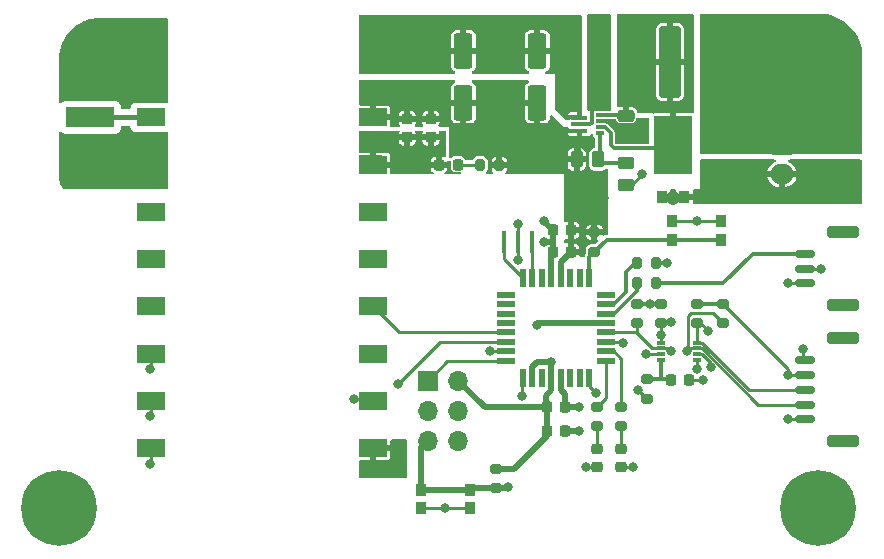
<source format=gtl>
G04 #@! TF.GenerationSoftware,KiCad,Pcbnew,(6.0.5-0)*
G04 #@! TF.CreationDate,2023-06-15T15:10:14-04:00*
G04 #@! TF.ProjectId,stratoconnect,73747261-746f-4636-9f6e-6e6563742e6b,rev?*
G04 #@! TF.SameCoordinates,Original*
G04 #@! TF.FileFunction,Copper,L1,Top*
G04 #@! TF.FilePolarity,Positive*
%FSLAX46Y46*%
G04 Gerber Fmt 4.6, Leading zero omitted, Abs format (unit mm)*
G04 Created by KiCad (PCBNEW (6.0.5-0)) date 2023-06-15 15:10:14*
%MOMM*%
%LPD*%
G01*
G04 APERTURE LIST*
G04 Aperture macros list*
%AMRoundRect*
0 Rectangle with rounded corners*
0 $1 Rounding radius*
0 $2 $3 $4 $5 $6 $7 $8 $9 X,Y pos of 4 corners*
0 Add a 4 corners polygon primitive as box body*
4,1,4,$2,$3,$4,$5,$6,$7,$8,$9,$2,$3,0*
0 Add four circle primitives for the rounded corners*
1,1,$1+$1,$2,$3*
1,1,$1+$1,$4,$5*
1,1,$1+$1,$6,$7*
1,1,$1+$1,$8,$9*
0 Add four rect primitives between the rounded corners*
20,1,$1+$1,$2,$3,$4,$5,0*
20,1,$1+$1,$4,$5,$6,$7,0*
20,1,$1+$1,$6,$7,$8,$9,0*
20,1,$1+$1,$8,$9,$2,$3,0*%
G04 Aperture macros list end*
G04 #@! TA.AperFunction,SMDPad,CuDef*
%ADD10R,0.900000X1.000000*%
G04 #@! TD*
G04 #@! TA.AperFunction,SMDPad,CuDef*
%ADD11RoundRect,0.200000X-0.275000X0.200000X-0.275000X-0.200000X0.275000X-0.200000X0.275000X0.200000X0*%
G04 #@! TD*
G04 #@! TA.AperFunction,SMDPad,CuDef*
%ADD12RoundRect,0.150000X0.700000X-0.150000X0.700000X0.150000X-0.700000X0.150000X-0.700000X-0.150000X0*%
G04 #@! TD*
G04 #@! TA.AperFunction,SMDPad,CuDef*
%ADD13RoundRect,0.250000X1.100000X-0.250000X1.100000X0.250000X-1.100000X0.250000X-1.100000X-0.250000X0*%
G04 #@! TD*
G04 #@! TA.AperFunction,SMDPad,CuDef*
%ADD14RoundRect,0.250000X0.550000X-1.250000X0.550000X1.250000X-0.550000X1.250000X-0.550000X-1.250000X0*%
G04 #@! TD*
G04 #@! TA.AperFunction,SMDPad,CuDef*
%ADD15RoundRect,0.200000X-0.200000X-0.275000X0.200000X-0.275000X0.200000X0.275000X-0.200000X0.275000X0*%
G04 #@! TD*
G04 #@! TA.AperFunction,SMDPad,CuDef*
%ADD16RoundRect,0.250000X-0.475000X0.250000X-0.475000X-0.250000X0.475000X-0.250000X0.475000X0.250000X0*%
G04 #@! TD*
G04 #@! TA.AperFunction,SMDPad,CuDef*
%ADD17RoundRect,0.200000X0.200000X0.275000X-0.200000X0.275000X-0.200000X-0.275000X0.200000X-0.275000X0*%
G04 #@! TD*
G04 #@! TA.AperFunction,SMDPad,CuDef*
%ADD18RoundRect,0.225000X-0.225000X-0.250000X0.225000X-0.250000X0.225000X0.250000X-0.225000X0.250000X0*%
G04 #@! TD*
G04 #@! TA.AperFunction,SMDPad,CuDef*
%ADD19R,0.400000X1.900000*%
G04 #@! TD*
G04 #@! TA.AperFunction,SMDPad,CuDef*
%ADD20RoundRect,0.225000X0.225000X0.250000X-0.225000X0.250000X-0.225000X-0.250000X0.225000X-0.250000X0*%
G04 #@! TD*
G04 #@! TA.AperFunction,ComponentPad*
%ADD21C,0.800000*%
G04 #@! TD*
G04 #@! TA.AperFunction,ComponentPad*
%ADD22C,6.400000*%
G04 #@! TD*
G04 #@! TA.AperFunction,ComponentPad*
%ADD23RoundRect,0.250000X-0.750000X0.600000X-0.750000X-0.600000X0.750000X-0.600000X0.750000X0.600000X0*%
G04 #@! TD*
G04 #@! TA.AperFunction,ComponentPad*
%ADD24O,2.000000X1.700000*%
G04 #@! TD*
G04 #@! TA.AperFunction,SMDPad,CuDef*
%ADD25R,4.190000X1.780000*%
G04 #@! TD*
G04 #@! TA.AperFunction,ComponentPad*
%ADD26C,0.970000*%
G04 #@! TD*
G04 #@! TA.AperFunction,SMDPad,CuDef*
%ADD27R,4.190000X2.665000*%
G04 #@! TD*
G04 #@! TA.AperFunction,ComponentPad*
%ADD28R,1.700000X1.700000*%
G04 #@! TD*
G04 #@! TA.AperFunction,ComponentPad*
%ADD29O,1.700000X1.700000*%
G04 #@! TD*
G04 #@! TA.AperFunction,SMDPad,CuDef*
%ADD30R,2.400000X1.500000*%
G04 #@! TD*
G04 #@! TA.AperFunction,SMDPad,CuDef*
%ADD31R,1.400000X0.450000*%
G04 #@! TD*
G04 #@! TA.AperFunction,SMDPad,CuDef*
%ADD32R,1.700000X0.300000*%
G04 #@! TD*
G04 #@! TA.AperFunction,SMDPad,CuDef*
%ADD33R,0.650000X0.350000*%
G04 #@! TD*
G04 #@! TA.AperFunction,SMDPad,CuDef*
%ADD34RoundRect,0.250000X-0.262500X-0.450000X0.262500X-0.450000X0.262500X0.450000X-0.262500X0.450000X0*%
G04 #@! TD*
G04 #@! TA.AperFunction,SMDPad,CuDef*
%ADD35R,0.800000X0.300000*%
G04 #@! TD*
G04 #@! TA.AperFunction,SMDPad,CuDef*
%ADD36R,0.550000X1.600000*%
G04 #@! TD*
G04 #@! TA.AperFunction,SMDPad,CuDef*
%ADD37R,1.600000X0.550000*%
G04 #@! TD*
G04 #@! TA.AperFunction,SMDPad,CuDef*
%ADD38RoundRect,0.225000X-0.250000X0.225000X-0.250000X-0.225000X0.250000X-0.225000X0.250000X0.225000X0*%
G04 #@! TD*
G04 #@! TA.AperFunction,SMDPad,CuDef*
%ADD39RoundRect,0.218750X0.256250X-0.218750X0.256250X0.218750X-0.256250X0.218750X-0.256250X-0.218750X0*%
G04 #@! TD*
G04 #@! TA.AperFunction,SMDPad,CuDef*
%ADD40RoundRect,0.351852X0.598148X2.698148X-0.598148X2.698148X-0.598148X-2.698148X0.598148X-2.698148X0*%
G04 #@! TD*
G04 #@! TA.AperFunction,SMDPad,CuDef*
%ADD41RoundRect,0.218750X-0.218750X-0.256250X0.218750X-0.256250X0.218750X0.256250X-0.218750X0.256250X0*%
G04 #@! TD*
G04 #@! TA.AperFunction,SMDPad,CuDef*
%ADD42R,3.200000X4.900000*%
G04 #@! TD*
G04 #@! TA.AperFunction,SMDPad,CuDef*
%ADD43R,0.950000X1.000000*%
G04 #@! TD*
G04 #@! TA.AperFunction,SMDPad,CuDef*
%ADD44RoundRect,0.200000X0.275000X-0.200000X0.275000X0.200000X-0.275000X0.200000X-0.275000X-0.200000X0*%
G04 #@! TD*
G04 #@! TA.AperFunction,SMDPad,CuDef*
%ADD45RoundRect,0.250000X-0.450000X0.262500X-0.450000X-0.262500X0.450000X-0.262500X0.450000X0.262500X0*%
G04 #@! TD*
G04 #@! TA.AperFunction,ViaPad*
%ADD46C,0.800000*%
G04 #@! TD*
G04 #@! TA.AperFunction,ViaPad*
%ADD47C,1.200000*%
G04 #@! TD*
G04 #@! TA.AperFunction,Conductor*
%ADD48C,0.550000*%
G04 #@! TD*
G04 #@! TA.AperFunction,Conductor*
%ADD49C,0.250000*%
G04 #@! TD*
G04 #@! TA.AperFunction,Conductor*
%ADD50C,0.300000*%
G04 #@! TD*
G04 #@! TA.AperFunction,Conductor*
%ADD51C,0.397297*%
G04 #@! TD*
G04 #@! TA.AperFunction,Conductor*
%ADD52C,0.350000*%
G04 #@! TD*
G04 APERTURE END LIST*
D10*
X174800000Y-89300000D03*
X170700000Y-89300000D03*
X174800000Y-87700000D03*
X170700000Y-87700000D03*
D11*
X185350000Y-65925000D03*
X185350000Y-67575000D03*
D12*
X203150000Y-81750000D03*
X203150000Y-80500000D03*
X203150000Y-79250000D03*
X203150000Y-78000000D03*
X203150000Y-76750000D03*
D13*
X206350000Y-74900000D03*
X206350000Y-83600000D03*
D14*
X174250000Y-54950000D03*
X174250000Y-50550000D03*
D15*
X188925000Y-70250000D03*
X190575000Y-70250000D03*
D16*
X188000000Y-56050000D03*
X188000000Y-57950000D03*
D17*
X177293750Y-60200000D03*
X175643750Y-60200000D03*
D18*
X181325000Y-80750000D03*
X182875000Y-80750000D03*
D11*
X194000000Y-71950000D03*
X194000000Y-73600000D03*
D19*
X177700000Y-66750000D03*
X178900000Y-66750000D03*
X180100000Y-66750000D03*
D10*
X196050000Y-64950000D03*
X191950000Y-64950000D03*
X196050000Y-66550000D03*
X191950000Y-66550000D03*
D20*
X183375000Y-67550000D03*
X181825000Y-67550000D03*
D21*
X138302944Y-90947056D03*
X141697056Y-90947056D03*
X142400000Y-89250000D03*
X137600000Y-89250000D03*
X140000000Y-91650000D03*
X141697056Y-87552944D03*
X140000000Y-86850000D03*
X138302944Y-87552944D03*
D22*
X140000000Y-89250000D03*
D23*
X201217500Y-58500000D03*
D24*
X201217500Y-61000000D03*
D11*
X185600000Y-80691250D03*
X185600000Y-82341250D03*
D14*
X180500000Y-54950000D03*
X180500000Y-50550000D03*
D25*
X142672500Y-56190000D03*
D26*
X142672500Y-52697500D03*
X141372500Y-59682500D03*
X142672500Y-59682500D03*
X143972500Y-52697500D03*
X143972500Y-59682500D03*
D27*
X142672500Y-59682500D03*
X142672500Y-52697500D03*
D26*
X141372500Y-52697500D03*
D28*
X171225000Y-78475000D03*
D29*
X173765000Y-78475000D03*
X171225000Y-81015000D03*
X173765000Y-81015000D03*
X171225000Y-83555000D03*
X173765000Y-83555000D03*
D30*
X147760000Y-56190000D03*
X147760000Y-60190000D03*
X147760000Y-64190000D03*
X147760000Y-68190000D03*
X147760000Y-72190000D03*
X147760000Y-76190000D03*
X147760000Y-80190000D03*
X147760000Y-84190000D03*
X166610000Y-84190000D03*
X166610000Y-80190000D03*
X166610000Y-76190000D03*
X166610000Y-72190000D03*
X166610000Y-68190000D03*
X166610000Y-64190000D03*
X166610000Y-60190000D03*
X166610000Y-56190000D03*
D31*
X184075000Y-57300000D03*
D32*
X184225000Y-56750000D03*
D31*
X184075000Y-56200000D03*
D33*
X185800000Y-56000000D03*
X185800000Y-56500000D03*
X185800000Y-57000000D03*
X185800000Y-57500000D03*
D34*
X183837500Y-59750000D03*
X185662500Y-59750000D03*
D18*
X181325000Y-82750000D03*
X182875000Y-82750000D03*
D11*
X188950002Y-71975000D03*
X188950002Y-73625000D03*
D35*
X194050000Y-76750000D03*
X194050000Y-76250000D03*
X194050000Y-75750000D03*
X194050000Y-75250000D03*
X190950000Y-75250000D03*
X190950000Y-75750000D03*
X190950000Y-76250000D03*
X190950000Y-76750000D03*
D36*
X184900000Y-69750000D03*
X184100000Y-69750000D03*
X183300000Y-69750000D03*
X182500000Y-69750000D03*
X181700000Y-69750000D03*
X180900000Y-69750000D03*
X180100000Y-69750000D03*
X179300000Y-69750000D03*
D37*
X177850000Y-71200000D03*
X177850000Y-72000000D03*
X177850000Y-72800000D03*
X177850000Y-73600000D03*
X177850000Y-74400000D03*
X177850000Y-75200000D03*
X177850000Y-76000000D03*
X177850000Y-76800000D03*
D36*
X179300000Y-78250000D03*
X180100000Y-78250000D03*
X180900000Y-78250000D03*
X181700000Y-78250000D03*
X182500000Y-78250000D03*
X183300000Y-78250000D03*
X184100000Y-78250000D03*
X184900000Y-78250000D03*
D37*
X186350000Y-76800000D03*
X186350000Y-76000000D03*
X186350000Y-75200000D03*
X186350000Y-74400000D03*
X186350000Y-73600000D03*
X186350000Y-72800000D03*
X186350000Y-72000000D03*
X186350000Y-71200000D03*
D38*
X171500000Y-56325000D03*
X171500000Y-57875000D03*
D12*
X203150000Y-70250000D03*
X203150000Y-69000000D03*
X203150000Y-67750000D03*
D13*
X206350000Y-72100000D03*
X206350000Y-65900000D03*
D39*
X187600000Y-85803750D03*
X187600000Y-84228750D03*
D40*
X191750000Y-51500000D03*
X185750000Y-51500000D03*
D11*
X187600000Y-80691250D03*
X187600000Y-82341250D03*
X190950002Y-71975000D03*
X190950002Y-73625000D03*
D21*
X204250000Y-86850000D03*
X205947056Y-90947056D03*
D22*
X204250000Y-89250000D03*
D21*
X201850000Y-89250000D03*
X204250000Y-91650000D03*
X205947056Y-87552944D03*
X202552944Y-87552944D03*
X202552944Y-90947056D03*
X206650000Y-89250000D03*
D41*
X172181250Y-60200000D03*
X173756250Y-60200000D03*
D42*
X192000000Y-58550000D03*
D43*
X192970000Y-62900000D03*
X191030000Y-62900000D03*
D38*
X169500000Y-56325000D03*
X169500000Y-57875000D03*
D44*
X189800000Y-80025000D03*
X189800000Y-78375000D03*
D20*
X183375000Y-65750000D03*
X181825000Y-65750000D03*
D39*
X185600000Y-85803750D03*
X185600000Y-84228750D03*
D15*
X188925000Y-68500000D03*
X190575000Y-68500000D03*
D45*
X188000000Y-60087500D03*
X188000000Y-61912500D03*
D21*
X205947056Y-52947056D03*
X205947056Y-49552944D03*
X204250000Y-48850000D03*
X202552944Y-52947056D03*
X206650000Y-51250000D03*
X201850000Y-51250000D03*
X202552944Y-49552944D03*
X204250000Y-53650000D03*
D22*
X204250000Y-51250000D03*
D11*
X196250000Y-71975000D03*
X196250000Y-73625000D03*
X177000000Y-85925000D03*
X177000000Y-87575000D03*
D18*
X191825000Y-78400000D03*
X193375000Y-78400000D03*
D46*
X183500000Y-61700000D03*
X190025000Y-71975000D03*
D47*
X186000000Y-63000000D03*
D46*
X185750000Y-61750000D03*
X189750000Y-76250000D03*
X181700000Y-76900000D03*
X189000000Y-79250000D03*
X183500000Y-63500000D03*
X183200000Y-50000000D03*
X178900000Y-65250000D03*
X197000000Y-50800000D03*
X181100000Y-65000000D03*
X194050000Y-77500000D03*
X178900000Y-68250000D03*
X200000000Y-56200000D03*
X172250000Y-48250000D03*
X204500000Y-69000000D03*
X200000000Y-48200000D03*
X170750000Y-50000000D03*
X170700000Y-59800000D03*
X168900000Y-84150000D03*
X172700000Y-89300000D03*
X184600000Y-85766250D03*
X194000000Y-65000000D03*
X194500000Y-78400000D03*
X169250000Y-48250000D03*
X166600000Y-86100000D03*
X181100000Y-66750000D03*
X178800000Y-48200000D03*
X200000000Y-50800000D03*
X189250000Y-57000000D03*
X184000000Y-80750000D03*
X181800000Y-48200000D03*
X168900000Y-86100000D03*
X188600000Y-85766250D03*
X197000000Y-56200000D03*
X203000000Y-75800000D03*
X200000000Y-53400000D03*
X205200000Y-56200000D03*
X175600000Y-48200000D03*
X202600000Y-56200000D03*
X197000000Y-48200000D03*
X168700000Y-59800000D03*
X197000000Y-53400000D03*
X184000000Y-82750000D03*
X189250000Y-58000000D03*
X177250000Y-50000000D03*
X189400000Y-61000000D03*
D47*
X192000000Y-63000000D03*
D46*
X180500000Y-73750000D03*
X178000000Y-87500000D03*
X147750000Y-77500000D03*
X147750000Y-85500000D03*
X179250000Y-79750000D03*
X147750000Y-81500000D03*
X176500000Y-76000000D03*
X168750000Y-78750000D03*
X165000000Y-80000000D03*
X191500000Y-68500000D03*
X201750000Y-70250000D03*
X187750000Y-75250000D03*
X190950000Y-74600000D03*
X191850000Y-73500000D03*
X191850000Y-76000000D03*
X185500000Y-79500000D03*
X201750000Y-81750000D03*
X193150000Y-76000000D03*
X195000000Y-74250000D03*
X195193278Y-77306722D03*
X201750000Y-78000000D03*
D48*
X178575000Y-85925000D02*
X181325000Y-83175000D01*
X181325000Y-83175000D02*
X181325000Y-80750000D01*
X181700000Y-79300000D02*
X181250000Y-79750000D01*
X177000000Y-85925000D02*
X178575000Y-85925000D01*
X181325000Y-80750000D02*
X176040000Y-80750000D01*
X176040000Y-80750000D02*
X173765000Y-78475000D01*
X182500000Y-69750000D02*
X182500000Y-68425000D01*
X180500000Y-76900000D02*
X181700000Y-76900000D01*
X181700000Y-78250000D02*
X181700000Y-79300000D01*
X181250000Y-79750000D02*
X181250000Y-80675000D01*
X180100000Y-77300000D02*
X180500000Y-76900000D01*
D49*
X189775000Y-80025000D02*
X189000000Y-79250000D01*
D48*
X181700000Y-78250000D02*
X181700000Y-76900000D01*
D50*
X184075000Y-57300000D02*
X184075000Y-59512500D01*
X183800000Y-65675000D02*
X183625000Y-65500000D01*
X183450000Y-65675000D02*
X183375000Y-65750000D01*
X190025000Y-71975000D02*
X190950002Y-71975000D01*
D48*
X180100000Y-78250000D02*
X180100000Y-77300000D01*
X182500000Y-68425000D02*
X183375000Y-67550000D01*
D50*
X184075000Y-59512500D02*
X183837500Y-59750000D01*
D49*
X189800000Y-80025000D02*
X189775000Y-80025000D01*
D50*
X188950002Y-71975000D02*
X190025000Y-71975000D01*
D48*
X181250000Y-80675000D02*
X181325000Y-80750000D01*
D49*
X190950000Y-76250000D02*
X189750000Y-76250000D01*
X178900000Y-68250000D02*
X178900000Y-65250000D01*
X188487500Y-61912500D02*
X189400000Y-61000000D01*
D48*
X181125000Y-66725000D02*
X181100000Y-66750000D01*
X181825000Y-65750000D02*
X181825000Y-66725000D01*
D49*
X203150000Y-69000000D02*
X204500000Y-69000000D01*
X203000000Y-76600000D02*
X203150000Y-76750000D01*
X172700000Y-89300000D02*
X174800000Y-89300000D01*
D48*
X181100000Y-65025000D02*
X181825000Y-65750000D01*
X182875000Y-80750000D02*
X184000000Y-80750000D01*
X182875000Y-82750000D02*
X184000000Y-82750000D01*
D49*
X194050000Y-76750000D02*
X194050000Y-77500000D01*
D48*
X181825000Y-66725000D02*
X181825000Y-67550000D01*
D49*
X194400000Y-78400000D02*
X194500000Y-78500000D01*
X193375000Y-78400000D02*
X194400000Y-78400000D01*
D48*
X182875000Y-79625000D02*
X182875000Y-80750000D01*
D49*
X185600000Y-85766250D02*
X184617500Y-85766250D01*
X188000000Y-61912500D02*
X188487500Y-61912500D01*
D48*
X182500000Y-79250000D02*
X182875000Y-79625000D01*
D49*
X191900000Y-65000000D02*
X194000000Y-65000000D01*
D48*
X181700000Y-69750000D02*
X181700000Y-67675000D01*
D49*
X194000000Y-65000000D02*
X196000000Y-65000000D01*
X170700000Y-89300000D02*
X172700000Y-89300000D01*
D48*
X182500000Y-78250000D02*
X182500000Y-79250000D01*
D49*
X203000000Y-75800000D02*
X203000000Y-76600000D01*
D48*
X181100000Y-65000000D02*
X181100000Y-65025000D01*
X181825000Y-66725000D02*
X181125000Y-66725000D01*
D49*
X187600000Y-85766250D02*
X188562500Y-85766250D01*
D48*
X181700000Y-67675000D02*
X181825000Y-67550000D01*
D49*
X175643750Y-60200000D02*
X173756250Y-60200000D01*
X185600000Y-84458750D02*
X185600000Y-82341250D01*
D48*
X170700000Y-87700000D02*
X174800000Y-87700000D01*
X177000000Y-87575000D02*
X174925000Y-87575000D01*
X177000000Y-87575000D02*
X177925000Y-87575000D01*
X170700000Y-87700000D02*
X170700000Y-84080000D01*
X177925000Y-87575000D02*
X178000000Y-87500000D01*
X174925000Y-87575000D02*
X174800000Y-87700000D01*
X180650000Y-73600000D02*
X186350000Y-73600000D01*
X170700000Y-84080000D02*
X171225000Y-83555000D01*
X180500000Y-73750000D02*
X180650000Y-73600000D01*
D50*
X187024022Y-72800000D02*
X188925000Y-70899022D01*
X188925000Y-70899022D02*
X188925000Y-70250000D01*
X186350000Y-72800000D02*
X187024022Y-72800000D01*
X188750000Y-68500000D02*
X188925000Y-68500000D01*
X188000000Y-69250000D02*
X188750000Y-68500000D01*
X188000000Y-71000000D02*
X188000000Y-69250000D01*
X187000000Y-72000000D02*
X188000000Y-71000000D01*
X186350000Y-72000000D02*
X187000000Y-72000000D01*
D51*
X142672500Y-56190000D02*
X147760000Y-56190000D01*
D49*
X187600000Y-82341250D02*
X187600000Y-84478750D01*
X177850000Y-74400000D02*
X168820000Y-74400000D01*
X168820000Y-74400000D02*
X166610000Y-72190000D01*
X147760000Y-76190000D02*
X147760000Y-77490000D01*
X147760000Y-77490000D02*
X147750000Y-77500000D01*
X171225000Y-78475000D02*
X172900000Y-76800000D01*
X172900000Y-76800000D02*
X177850000Y-76800000D01*
X147760000Y-85490000D02*
X147750000Y-85500000D01*
X179250000Y-78300000D02*
X179300000Y-78250000D01*
X147760000Y-84190000D02*
X147760000Y-85490000D01*
X179250000Y-79750000D02*
X179250000Y-78300000D01*
X177850000Y-76000000D02*
X176500000Y-76000000D01*
X147760000Y-80190000D02*
X147760000Y-81490000D01*
X147760000Y-81490000D02*
X147750000Y-81500000D01*
X168750000Y-78750000D02*
X172300000Y-75200000D01*
X172300000Y-75200000D02*
X177850000Y-75200000D01*
X180100000Y-69750000D02*
X180100000Y-66750000D01*
X177700000Y-68150000D02*
X179300000Y-69750000D01*
X177700000Y-66750000D02*
X177700000Y-68150000D01*
X165000000Y-80000000D02*
X166420000Y-80000000D01*
X166420000Y-80000000D02*
X166610000Y-80190000D01*
X203150000Y-70250000D02*
X201750000Y-70250000D01*
D50*
X190575000Y-68500000D02*
X191500000Y-68500000D01*
D49*
X190950002Y-73625000D02*
X191725000Y-73625000D01*
X190950002Y-75249998D02*
X190950000Y-75250000D01*
X190950002Y-73625000D02*
X190950002Y-75249998D01*
X187700000Y-75200000D02*
X187750000Y-75250000D01*
X191725000Y-73625000D02*
X191850000Y-73500000D01*
X186350000Y-75200000D02*
X187700000Y-75200000D01*
X190250000Y-75750000D02*
X190950000Y-75750000D01*
X188900000Y-74400000D02*
X188950002Y-74450002D01*
X191600000Y-75750000D02*
X191850000Y-76000000D01*
X188950002Y-74450002D02*
X190250000Y-75750000D01*
X186350000Y-74400000D02*
X188900000Y-74400000D01*
X188950002Y-73625000D02*
X188950002Y-74450002D01*
X190950000Y-75750000D02*
X191600000Y-75750000D01*
X184900000Y-78900000D02*
X185500000Y-79500000D01*
X201750000Y-81750000D02*
X203150000Y-81750000D01*
X184900000Y-78250000D02*
X184900000Y-78900000D01*
D50*
X190575000Y-70250000D02*
X196250000Y-70250000D01*
X198750000Y-67750000D02*
X203150000Y-67750000D01*
X196250000Y-70250000D02*
X198750000Y-67750000D01*
X185350000Y-67575000D02*
X186375000Y-66550000D01*
X191950000Y-66550000D02*
X196050000Y-66550000D01*
X184900000Y-68025000D02*
X185350000Y-67575000D01*
X184900000Y-69750000D02*
X184900000Y-68025000D01*
X186375000Y-66550000D02*
X191950000Y-66550000D01*
X185800000Y-57500000D02*
X185800000Y-59612500D01*
X186000000Y-60087500D02*
X185662500Y-59750000D01*
X188000000Y-60087500D02*
X186000000Y-60087500D01*
X185800000Y-59612500D02*
X185662500Y-59750000D01*
D49*
X186974022Y-76000000D02*
X187600000Y-76625978D01*
X186350000Y-76000000D02*
X186974022Y-76000000D01*
X187600000Y-76625978D02*
X187600000Y-80691250D01*
X185600000Y-80691250D02*
X186350000Y-79941250D01*
X186350000Y-79941250D02*
X186350000Y-76800000D01*
D50*
X184225000Y-56750000D02*
X185000000Y-56750000D01*
X185000000Y-56750000D02*
X185120000Y-56630000D01*
X185120000Y-56630000D02*
X185120000Y-55500000D01*
D52*
X187000000Y-58750000D02*
X191800000Y-58750000D01*
X185800000Y-56000000D02*
X187950000Y-56000000D01*
X191800000Y-58750000D02*
X192000000Y-58550000D01*
X186750000Y-57500978D02*
X186750000Y-58500000D01*
X185800000Y-57000000D02*
X186249022Y-57000000D01*
X186750000Y-58500000D02*
X187000000Y-58750000D01*
X186249022Y-57000000D02*
X186750000Y-57500978D01*
X187950000Y-56000000D02*
X188000000Y-56050000D01*
D50*
X190950000Y-76750000D02*
X190950000Y-78300000D01*
X189800000Y-78375000D02*
X190875000Y-78375000D01*
X190875000Y-78375000D02*
X191800000Y-78375000D01*
X191800000Y-78375000D02*
X191825000Y-78400000D01*
X190950000Y-78300000D02*
X190875000Y-78375000D01*
D49*
X193250000Y-73000000D02*
X193500000Y-72750000D01*
X194449022Y-75750000D02*
X199199022Y-80500000D01*
X193500000Y-72750000D02*
X195375000Y-72750000D01*
X194050000Y-75750000D02*
X194449022Y-75750000D01*
X193400000Y-75750000D02*
X193150000Y-76000000D01*
X199199022Y-80500000D02*
X203150000Y-80500000D01*
X193250000Y-75600000D02*
X193250000Y-73000000D01*
X195375000Y-72750000D02*
X196250000Y-73625000D01*
X193400000Y-75750000D02*
X193250000Y-75600000D01*
X193500000Y-75750000D02*
X193400000Y-75750000D01*
X194050000Y-75750000D02*
X193500000Y-75750000D01*
X194000000Y-73600000D02*
X194000000Y-75200000D01*
X194000000Y-75200000D02*
X194050000Y-75250000D01*
X198449022Y-79250000D02*
X203150000Y-79250000D01*
X194050000Y-75250000D02*
X194449022Y-75250000D01*
X194000000Y-73600000D02*
X194350000Y-73600000D01*
X194449022Y-75250000D02*
X198449022Y-79250000D01*
X194350000Y-73600000D02*
X195000000Y-74250000D01*
X194050000Y-76250000D02*
X194449022Y-76250000D01*
X194449022Y-76250000D02*
X195193278Y-76994256D01*
D50*
X196225000Y-71950000D02*
X196250000Y-71975000D01*
D49*
X201750000Y-78000000D02*
X203150000Y-78000000D01*
X201750000Y-78000000D02*
X201750000Y-77475000D01*
X195193278Y-76994256D02*
X195193278Y-77306722D01*
D50*
X194000000Y-71950000D02*
X196225000Y-71950000D01*
D49*
X201750000Y-77475000D02*
X196250000Y-71975000D01*
G04 #@! TA.AperFunction,Conductor*
G36*
X168832270Y-57318452D02*
G01*
X168850722Y-57363000D01*
X168838135Y-57400783D01*
X168828218Y-57414015D01*
X168823950Y-57421812D01*
X168778751Y-57542382D01*
X168776936Y-57550011D01*
X168771183Y-57602969D01*
X168771000Y-57606357D01*
X168771000Y-57608467D01*
X168774671Y-57617329D01*
X168783533Y-57621000D01*
X170216467Y-57621000D01*
X170225329Y-57617329D01*
X170229000Y-57608467D01*
X170229000Y-57606357D01*
X170228817Y-57602969D01*
X170223064Y-57550011D01*
X170221249Y-57542382D01*
X170176050Y-57421812D01*
X170171782Y-57414015D01*
X170161865Y-57400783D01*
X170149914Y-57354069D01*
X170174495Y-57312587D01*
X170212278Y-57300000D01*
X170787722Y-57300000D01*
X170832270Y-57318452D01*
X170850722Y-57363000D01*
X170838135Y-57400783D01*
X170828218Y-57414015D01*
X170823950Y-57421812D01*
X170778751Y-57542382D01*
X170776936Y-57550011D01*
X170771183Y-57602969D01*
X170771000Y-57606357D01*
X170771000Y-57608467D01*
X170774671Y-57617329D01*
X170783533Y-57621000D01*
X172216467Y-57621000D01*
X172225329Y-57617329D01*
X172229000Y-57608467D01*
X172229000Y-57606357D01*
X172228817Y-57602969D01*
X172223064Y-57550011D01*
X172221249Y-57542382D01*
X172176050Y-57421812D01*
X172171782Y-57414015D01*
X172161865Y-57400783D01*
X172149914Y-57354069D01*
X172174495Y-57312587D01*
X172212278Y-57300000D01*
X172677500Y-57300000D01*
X172722048Y-57318452D01*
X172740500Y-57363000D01*
X172740500Y-59482164D01*
X172722048Y-59526712D01*
X172677500Y-59545164D01*
X172639718Y-59532577D01*
X172632956Y-59527510D01*
X172625155Y-59523239D01*
X172506264Y-59478669D01*
X172498627Y-59476854D01*
X172447151Y-59471261D01*
X172438921Y-59474671D01*
X172435250Y-59483533D01*
X172435250Y-59933467D01*
X172438921Y-59942329D01*
X172447783Y-59946000D01*
X172860216Y-59946000D01*
X172869078Y-59942329D01*
X172872749Y-59933467D01*
X172872749Y-59903594D01*
X172891201Y-59859046D01*
X172935749Y-59840594D01*
X172960859Y-59845815D01*
X173010655Y-59867457D01*
X173080038Y-59882510D01*
X173125938Y-59888250D01*
X173127206Y-59888044D01*
X173170971Y-59905235D01*
X173190250Y-59950595D01*
X173190250Y-60496940D01*
X173196908Y-60547511D01*
X173198943Y-60551876D01*
X173198944Y-60551878D01*
X173243859Y-60648199D01*
X173248661Y-60658497D01*
X173335253Y-60745089D01*
X173340244Y-60747416D01*
X173340245Y-60747417D01*
X173441872Y-60794806D01*
X173441874Y-60794807D01*
X173446239Y-60796842D01*
X173478917Y-60801144D01*
X173494766Y-60803231D01*
X173494768Y-60803231D01*
X173496810Y-60803500D01*
X173966554Y-60803500D01*
X174011102Y-60821952D01*
X174029464Y-60869872D01*
X174028224Y-60892999D01*
X174028664Y-60896059D01*
X174033261Y-60928035D01*
X174021336Y-60974755D01*
X173979867Y-60999359D01*
X173970902Y-61000000D01*
X172643941Y-61000000D01*
X172599393Y-60981548D01*
X172580941Y-60937000D01*
X172599393Y-60892452D01*
X172621826Y-60878009D01*
X172625157Y-60876760D01*
X172632952Y-60872493D01*
X172734130Y-60796664D01*
X172740414Y-60790380D01*
X172816243Y-60689202D01*
X172820511Y-60681405D01*
X172865081Y-60562514D01*
X172866896Y-60554877D01*
X172872564Y-60502705D01*
X172872750Y-60499279D01*
X172872750Y-60466533D01*
X172869079Y-60457671D01*
X172860217Y-60454000D01*
X171502284Y-60454000D01*
X171493422Y-60457671D01*
X171489751Y-60466533D01*
X171489751Y-60499292D01*
X171489934Y-60502683D01*
X171495605Y-60554884D01*
X171497418Y-60562510D01*
X171541989Y-60681405D01*
X171546257Y-60689202D01*
X171622086Y-60790380D01*
X171628370Y-60796664D01*
X171729548Y-60872493D01*
X171737343Y-60876760D01*
X171740674Y-60878009D01*
X171775909Y-60910925D01*
X171777550Y-60959115D01*
X171744634Y-60994350D01*
X171718559Y-61000000D01*
X168127000Y-61000000D01*
X168082452Y-60981548D01*
X168064000Y-60937000D01*
X168064000Y-60456533D01*
X168060329Y-60447671D01*
X168051467Y-60444000D01*
X166419000Y-60444000D01*
X166374452Y-60425548D01*
X166356000Y-60381000D01*
X166356000Y-59923467D01*
X166864000Y-59923467D01*
X166867671Y-59932329D01*
X166876533Y-59936000D01*
X168051466Y-59936000D01*
X168057581Y-59933467D01*
X171489750Y-59933467D01*
X171493421Y-59942329D01*
X171502283Y-59946000D01*
X171914717Y-59946000D01*
X171923579Y-59942329D01*
X171927250Y-59933467D01*
X171927250Y-59483534D01*
X171923579Y-59474672D01*
X171915349Y-59471262D01*
X171863866Y-59476855D01*
X171856240Y-59478668D01*
X171737345Y-59523239D01*
X171729548Y-59527507D01*
X171628370Y-59603336D01*
X171622086Y-59609620D01*
X171546257Y-59710798D01*
X171541989Y-59718595D01*
X171497419Y-59837486D01*
X171495604Y-59845123D01*
X171489936Y-59897295D01*
X171489750Y-59900721D01*
X171489750Y-59933467D01*
X168057581Y-59933467D01*
X168060328Y-59932329D01*
X168063999Y-59923467D01*
X168063999Y-59418079D01*
X168063396Y-59411950D01*
X168050474Y-59346980D01*
X168045815Y-59335734D01*
X167996571Y-59262035D01*
X167987965Y-59253429D01*
X167914263Y-59204183D01*
X167903023Y-59199527D01*
X167838049Y-59186603D01*
X167831923Y-59186000D01*
X166876533Y-59186000D01*
X166867671Y-59189671D01*
X166864000Y-59198533D01*
X166864000Y-59923467D01*
X166356000Y-59923467D01*
X166356000Y-59198534D01*
X166352329Y-59189672D01*
X166343467Y-59186001D01*
X165463000Y-59186001D01*
X165418452Y-59167549D01*
X165400000Y-59123001D01*
X165400000Y-58143643D01*
X168771000Y-58143643D01*
X168771183Y-58147031D01*
X168776936Y-58199989D01*
X168778751Y-58207618D01*
X168823950Y-58328188D01*
X168828218Y-58335985D01*
X168905121Y-58438595D01*
X168911405Y-58444879D01*
X169014015Y-58521782D01*
X169021812Y-58526050D01*
X169142382Y-58571249D01*
X169150011Y-58573064D01*
X169202969Y-58578817D01*
X169206357Y-58579000D01*
X169233467Y-58579000D01*
X169242329Y-58575329D01*
X169246000Y-58566467D01*
X169754000Y-58566467D01*
X169757671Y-58575329D01*
X169766533Y-58579000D01*
X169793643Y-58579000D01*
X169797031Y-58578817D01*
X169849989Y-58573064D01*
X169857618Y-58571249D01*
X169978188Y-58526050D01*
X169985985Y-58521782D01*
X170088595Y-58444879D01*
X170094879Y-58438595D01*
X170171782Y-58335985D01*
X170176050Y-58328188D01*
X170221249Y-58207618D01*
X170223064Y-58199989D01*
X170228817Y-58147031D01*
X170229000Y-58143643D01*
X170771000Y-58143643D01*
X170771183Y-58147031D01*
X170776936Y-58199989D01*
X170778751Y-58207618D01*
X170823950Y-58328188D01*
X170828218Y-58335985D01*
X170905121Y-58438595D01*
X170911405Y-58444879D01*
X171014015Y-58521782D01*
X171021812Y-58526050D01*
X171142382Y-58571249D01*
X171150011Y-58573064D01*
X171202969Y-58578817D01*
X171206357Y-58579000D01*
X171233467Y-58579000D01*
X171242329Y-58575329D01*
X171246000Y-58566467D01*
X171754000Y-58566467D01*
X171757671Y-58575329D01*
X171766533Y-58579000D01*
X171793643Y-58579000D01*
X171797031Y-58578817D01*
X171849989Y-58573064D01*
X171857618Y-58571249D01*
X171978188Y-58526050D01*
X171985985Y-58521782D01*
X172088595Y-58444879D01*
X172094879Y-58438595D01*
X172171782Y-58335985D01*
X172176050Y-58328188D01*
X172221249Y-58207618D01*
X172223064Y-58199989D01*
X172228817Y-58147031D01*
X172229000Y-58143643D01*
X172229000Y-58141533D01*
X172225329Y-58132671D01*
X172216467Y-58129000D01*
X171766533Y-58129000D01*
X171757671Y-58132671D01*
X171754000Y-58141533D01*
X171754000Y-58566467D01*
X171246000Y-58566467D01*
X171246000Y-58141533D01*
X171242329Y-58132671D01*
X171233467Y-58129000D01*
X170783533Y-58129000D01*
X170774671Y-58132671D01*
X170771000Y-58141533D01*
X170771000Y-58143643D01*
X170229000Y-58143643D01*
X170229000Y-58141533D01*
X170225329Y-58132671D01*
X170216467Y-58129000D01*
X169766533Y-58129000D01*
X169757671Y-58132671D01*
X169754000Y-58141533D01*
X169754000Y-58566467D01*
X169246000Y-58566467D01*
X169246000Y-58141533D01*
X169242329Y-58132671D01*
X169233467Y-58129000D01*
X168783533Y-58129000D01*
X168774671Y-58132671D01*
X168771000Y-58141533D01*
X168771000Y-58143643D01*
X165400000Y-58143643D01*
X165400000Y-57363000D01*
X165418452Y-57318452D01*
X165463000Y-57300000D01*
X168787722Y-57300000D01*
X168832270Y-57318452D01*
G37*
G04 #@! TD.AperFunction*
G04 #@! TA.AperFunction,Conductor*
G36*
X200631655Y-59770002D02*
G01*
X200678148Y-59823658D01*
X200688252Y-59893932D01*
X200658758Y-59958512D01*
X200621226Y-59988016D01*
X200473693Y-60064000D01*
X200463647Y-60070450D01*
X200307414Y-60193171D01*
X200298765Y-60201408D01*
X200168560Y-60351457D01*
X200161623Y-60361183D01*
X200062143Y-60533139D01*
X200057169Y-60544003D01*
X199991997Y-60731678D01*
X199991566Y-60733448D01*
X199993072Y-60744008D01*
X200006639Y-60748000D01*
X202424270Y-60748000D01*
X202437801Y-60744027D01*
X202439156Y-60734601D01*
X202417507Y-60644771D01*
X202413618Y-60633476D01*
X202331388Y-60452621D01*
X202325441Y-60442279D01*
X202210490Y-60280228D01*
X202202697Y-60271200D01*
X202059179Y-60133811D01*
X202049814Y-60126415D01*
X201882910Y-60018646D01*
X201872306Y-60013150D01*
X201821975Y-59992866D01*
X201766269Y-59948851D01*
X201743202Y-59881706D01*
X201760099Y-59812749D01*
X201811594Y-59763874D01*
X201869073Y-59750000D01*
X207869500Y-59750000D01*
X207937621Y-59770002D01*
X207984114Y-59823658D01*
X207995500Y-59876000D01*
X207995500Y-63374000D01*
X207975498Y-63442121D01*
X207921842Y-63488614D01*
X207869500Y-63500000D01*
X203845774Y-63500000D01*
X193825000Y-63499999D01*
X193756879Y-63479997D01*
X193710386Y-63426341D01*
X193699000Y-63373999D01*
X193699000Y-63170115D01*
X193694525Y-63154876D01*
X193693135Y-63153671D01*
X193685452Y-63152000D01*
X192259116Y-63152000D01*
X192243877Y-63156475D01*
X192242672Y-63157865D01*
X192241001Y-63165548D01*
X192241001Y-63373999D01*
X192220999Y-63442120D01*
X192167343Y-63488613D01*
X192115002Y-63499999D01*
X192000002Y-63499999D01*
X191884999Y-63500000D01*
X191816880Y-63479998D01*
X191770387Y-63426343D01*
X191759000Y-63374000D01*
X191759000Y-63170115D01*
X191754525Y-63154876D01*
X191753135Y-63153671D01*
X191745452Y-63152000D01*
X190904000Y-63152000D01*
X190835879Y-63131998D01*
X190789386Y-63078342D01*
X190778000Y-63026000D01*
X190778000Y-62774000D01*
X190798002Y-62705879D01*
X190851658Y-62659386D01*
X190904000Y-62648000D01*
X191740884Y-62648000D01*
X191756123Y-62643525D01*
X191757328Y-62642135D01*
X191758999Y-62634452D01*
X191758999Y-62376000D01*
X191779001Y-62307879D01*
X191832657Y-62261386D01*
X191884999Y-62250000D01*
X192115000Y-62250000D01*
X192183121Y-62270002D01*
X192229614Y-62323658D01*
X192241000Y-62376000D01*
X192241000Y-62629885D01*
X192245475Y-62645124D01*
X192246865Y-62646329D01*
X192254548Y-62648000D01*
X193680884Y-62648000D01*
X193696123Y-62643525D01*
X193697328Y-62642135D01*
X193698999Y-62634452D01*
X193698999Y-62376000D01*
X193719001Y-62307879D01*
X193772657Y-62261386D01*
X193824999Y-62250000D01*
X194250000Y-62250000D01*
X194250000Y-61265399D01*
X199995844Y-61265399D01*
X200017493Y-61355229D01*
X200021382Y-61366524D01*
X200103612Y-61547379D01*
X200109559Y-61557721D01*
X200224510Y-61719772D01*
X200232303Y-61728800D01*
X200375821Y-61866189D01*
X200385186Y-61873585D01*
X200552090Y-61981354D01*
X200562694Y-61986850D01*
X200746952Y-62061108D01*
X200758411Y-62064502D01*
X200952690Y-62102442D01*
X200962624Y-62099525D01*
X200963829Y-62098135D01*
X200965500Y-62090452D01*
X200965500Y-62081175D01*
X201469500Y-62081175D01*
X201473751Y-62095653D01*
X201486012Y-62097715D01*
X201571235Y-62089584D01*
X201582971Y-62087324D01*
X201773591Y-62031402D01*
X201784694Y-62026961D01*
X201961307Y-61936000D01*
X201971353Y-61929550D01*
X202127586Y-61806829D01*
X202136235Y-61798592D01*
X202266440Y-61648543D01*
X202273377Y-61638817D01*
X202372857Y-61466861D01*
X202377831Y-61455997D01*
X202443003Y-61268322D01*
X202443434Y-61266552D01*
X202441928Y-61255992D01*
X202428361Y-61252000D01*
X201487615Y-61252000D01*
X201472376Y-61256475D01*
X201471171Y-61257865D01*
X201469500Y-61265548D01*
X201469500Y-62081175D01*
X200965500Y-62081175D01*
X200965500Y-61270115D01*
X200961025Y-61254876D01*
X200959635Y-61253671D01*
X200951952Y-61252000D01*
X200010730Y-61252000D01*
X199997199Y-61255973D01*
X199995844Y-61265399D01*
X194250000Y-61265399D01*
X194250000Y-59876000D01*
X194270002Y-59807879D01*
X194323658Y-59761386D01*
X194376000Y-59750000D01*
X200563534Y-59750000D01*
X200631655Y-59770002D01*
G37*
G04 #@! TD.AperFunction*
G04 #@! TA.AperFunction,Conductor*
G36*
X189981548Y-56268452D02*
G01*
X190000000Y-56313000D01*
X190000000Y-58383500D01*
X189981548Y-58428048D01*
X189937000Y-58446500D01*
X187151809Y-58446500D01*
X187107262Y-58428048D01*
X187071953Y-58392740D01*
X187053500Y-58348192D01*
X187053500Y-57556592D01*
X187053953Y-57550429D01*
X187055445Y-57546082D01*
X187053544Y-57495438D01*
X187053500Y-57493075D01*
X187053500Y-57472751D01*
X187052970Y-57469904D01*
X187052703Y-57467010D01*
X187052793Y-57467002D01*
X187052316Y-57462703D01*
X187051422Y-57438911D01*
X187051204Y-57433099D01*
X187044987Y-57418630D01*
X187040939Y-57405306D01*
X187038056Y-57389826D01*
X187022516Y-57364615D01*
X187018262Y-57356427D01*
X187006572Y-57329218D01*
X187007529Y-57328807D01*
X187000000Y-57301957D01*
X187000000Y-56303500D01*
X187087329Y-56303500D01*
X187131877Y-56321952D01*
X187149657Y-56357325D01*
X187157451Y-56410270D01*
X187159608Y-56414664D01*
X187159609Y-56414666D01*
X187173448Y-56442851D01*
X187212986Y-56523380D01*
X187302165Y-56612404D01*
X187415372Y-56667741D01*
X187420209Y-56668447D01*
X187420210Y-56668447D01*
X187486858Y-56678170D01*
X187486862Y-56678170D01*
X187489122Y-56678500D01*
X188510878Y-56678500D01*
X188513157Y-56678165D01*
X188513164Y-56678164D01*
X188560510Y-56671194D01*
X188585270Y-56667549D01*
X188589664Y-56665392D01*
X188589666Y-56665391D01*
X188642872Y-56639268D01*
X188698380Y-56612014D01*
X188787404Y-56522835D01*
X188842741Y-56409628D01*
X188853500Y-56335878D01*
X188853500Y-56313000D01*
X188871952Y-56268452D01*
X188916500Y-56250000D01*
X189937000Y-56250000D01*
X189981548Y-56268452D01*
G37*
G04 #@! TD.AperFunction*
G04 #@! TA.AperFunction,Conductor*
G36*
X184192121Y-47524502D02*
G01*
X184238614Y-47578158D01*
X184250000Y-47630500D01*
X184250000Y-56313615D01*
X184226342Y-56334115D01*
X184174000Y-56345501D01*
X183349934Y-56345501D01*
X183314182Y-56352612D01*
X183287874Y-56357844D01*
X183287872Y-56357845D01*
X183275699Y-56360266D01*
X183265379Y-56367161D01*
X183265378Y-56367162D01*
X183210599Y-56403765D01*
X183157080Y-56420000D01*
X183049143Y-56420000D01*
X182981022Y-56399998D01*
X182963834Y-56386727D01*
X182496614Y-55956885D01*
X183121000Y-55956885D01*
X183125475Y-55972124D01*
X183126865Y-55973329D01*
X183134548Y-55975000D01*
X183831885Y-55975000D01*
X183847124Y-55970525D01*
X183848329Y-55969135D01*
X183850000Y-55961452D01*
X183850000Y-55739115D01*
X183845525Y-55723876D01*
X183844135Y-55722671D01*
X183836452Y-55721000D01*
X183356173Y-55721001D01*
X183343912Y-55722209D01*
X183288069Y-55733315D01*
X183265573Y-55742633D01*
X183202192Y-55784983D01*
X183184983Y-55802192D01*
X183142632Y-55865575D01*
X183133316Y-55888066D01*
X183122207Y-55943915D01*
X183121000Y-55956170D01*
X183121000Y-55956885D01*
X182496614Y-55956885D01*
X182397364Y-55865575D01*
X182040691Y-55537435D01*
X182004101Y-55476595D01*
X182000000Y-55444709D01*
X182000000Y-52500000D01*
X181313703Y-52500000D01*
X181245582Y-52479998D01*
X181199089Y-52426342D01*
X181188985Y-52356068D01*
X181218479Y-52291488D01*
X181269474Y-52256018D01*
X181286118Y-52249778D01*
X181301704Y-52241246D01*
X181402867Y-52165428D01*
X181415428Y-52152867D01*
X181491246Y-52051704D01*
X181499778Y-52036118D01*
X181544533Y-51916735D01*
X181548158Y-51901490D01*
X181553631Y-51851108D01*
X181554000Y-51844294D01*
X181554000Y-50820115D01*
X181549525Y-50804876D01*
X181548135Y-50803671D01*
X181540452Y-50802000D01*
X179464116Y-50802000D01*
X179448877Y-50806475D01*
X179447672Y-50807865D01*
X179446001Y-50815548D01*
X179446001Y-51844292D01*
X179446370Y-51851110D01*
X179451841Y-51901482D01*
X179455470Y-51916741D01*
X179500222Y-52036118D01*
X179508754Y-52051704D01*
X179584572Y-52152867D01*
X179597133Y-52165428D01*
X179698296Y-52241246D01*
X179713882Y-52249778D01*
X179730526Y-52256018D01*
X179787291Y-52298659D01*
X179811991Y-52365221D01*
X179796784Y-52434570D01*
X179746498Y-52484688D01*
X179686297Y-52500000D01*
X175063703Y-52500000D01*
X174995582Y-52479998D01*
X174949089Y-52426342D01*
X174938985Y-52356068D01*
X174968479Y-52291488D01*
X175019474Y-52256018D01*
X175036118Y-52249778D01*
X175051704Y-52241246D01*
X175152867Y-52165428D01*
X175165428Y-52152867D01*
X175241246Y-52051704D01*
X175249778Y-52036118D01*
X175294533Y-51916735D01*
X175298158Y-51901490D01*
X175303631Y-51851108D01*
X175304000Y-51844294D01*
X175304000Y-50820115D01*
X175299525Y-50804876D01*
X175298135Y-50803671D01*
X175290452Y-50802000D01*
X173214116Y-50802000D01*
X173198877Y-50806475D01*
X173197672Y-50807865D01*
X173196001Y-50815548D01*
X173196001Y-51844292D01*
X173196370Y-51851110D01*
X173201841Y-51901482D01*
X173205470Y-51916741D01*
X173250222Y-52036118D01*
X173258754Y-52051704D01*
X173334572Y-52152867D01*
X173347133Y-52165428D01*
X173448296Y-52241246D01*
X173463882Y-52249778D01*
X173480526Y-52256018D01*
X173537291Y-52298659D01*
X173561991Y-52365221D01*
X173546784Y-52434570D01*
X173496498Y-52484688D01*
X173436297Y-52500000D01*
X165526000Y-52500000D01*
X165457879Y-52479998D01*
X165411386Y-52426342D01*
X165400000Y-52374000D01*
X165400000Y-50279885D01*
X173196000Y-50279885D01*
X173200475Y-50295124D01*
X173201865Y-50296329D01*
X173209548Y-50298000D01*
X173979885Y-50298000D01*
X173995124Y-50293525D01*
X173996329Y-50292135D01*
X173998000Y-50284452D01*
X173998000Y-50279885D01*
X174502000Y-50279885D01*
X174506475Y-50295124D01*
X174507865Y-50296329D01*
X174515548Y-50298000D01*
X175285884Y-50298000D01*
X175301123Y-50293525D01*
X175302328Y-50292135D01*
X175303999Y-50284452D01*
X175303999Y-50279885D01*
X179446000Y-50279885D01*
X179450475Y-50295124D01*
X179451865Y-50296329D01*
X179459548Y-50298000D01*
X180229885Y-50298000D01*
X180245124Y-50293525D01*
X180246329Y-50292135D01*
X180248000Y-50284452D01*
X180248000Y-50279885D01*
X180752000Y-50279885D01*
X180756475Y-50295124D01*
X180757865Y-50296329D01*
X180765548Y-50298000D01*
X181535884Y-50298000D01*
X181551123Y-50293525D01*
X181552328Y-50292135D01*
X181553999Y-50284452D01*
X181553999Y-49255708D01*
X181553630Y-49248890D01*
X181548159Y-49198518D01*
X181544530Y-49183259D01*
X181499778Y-49063882D01*
X181491246Y-49048296D01*
X181415428Y-48947133D01*
X181402867Y-48934572D01*
X181301704Y-48858754D01*
X181286118Y-48850222D01*
X181166735Y-48805467D01*
X181151490Y-48801842D01*
X181101108Y-48796369D01*
X181094294Y-48796000D01*
X180770115Y-48796000D01*
X180754876Y-48800475D01*
X180753671Y-48801865D01*
X180752000Y-48809548D01*
X180752000Y-50279885D01*
X180248000Y-50279885D01*
X180248000Y-48814116D01*
X180243525Y-48798877D01*
X180242135Y-48797672D01*
X180234452Y-48796001D01*
X179905708Y-48796001D01*
X179898890Y-48796370D01*
X179848518Y-48801841D01*
X179833259Y-48805470D01*
X179713882Y-48850222D01*
X179698296Y-48858754D01*
X179597133Y-48934572D01*
X179584572Y-48947133D01*
X179508754Y-49048296D01*
X179500222Y-49063882D01*
X179455467Y-49183265D01*
X179451842Y-49198510D01*
X179446369Y-49248892D01*
X179446000Y-49255706D01*
X179446000Y-50279885D01*
X175303999Y-50279885D01*
X175303999Y-49255708D01*
X175303630Y-49248890D01*
X175298159Y-49198518D01*
X175294530Y-49183259D01*
X175249778Y-49063882D01*
X175241246Y-49048296D01*
X175165428Y-48947133D01*
X175152867Y-48934572D01*
X175051704Y-48858754D01*
X175036118Y-48850222D01*
X174916735Y-48805467D01*
X174901490Y-48801842D01*
X174851108Y-48796369D01*
X174844294Y-48796000D01*
X174520115Y-48796000D01*
X174504876Y-48800475D01*
X174503671Y-48801865D01*
X174502000Y-48809548D01*
X174502000Y-50279885D01*
X173998000Y-50279885D01*
X173998000Y-48814116D01*
X173993525Y-48798877D01*
X173992135Y-48797672D01*
X173984452Y-48796001D01*
X173655708Y-48796001D01*
X173648890Y-48796370D01*
X173598518Y-48801841D01*
X173583259Y-48805470D01*
X173463882Y-48850222D01*
X173448296Y-48858754D01*
X173347133Y-48934572D01*
X173334572Y-48947133D01*
X173258754Y-49048296D01*
X173250222Y-49063882D01*
X173205467Y-49183265D01*
X173201842Y-49198510D01*
X173196369Y-49248892D01*
X173196000Y-49255706D01*
X173196000Y-50279885D01*
X165400000Y-50279885D01*
X165400000Y-47630500D01*
X165420002Y-47562379D01*
X165473658Y-47515886D01*
X165526000Y-47504500D01*
X184124000Y-47504500D01*
X184192121Y-47524502D01*
G37*
G04 #@! TD.AperFunction*
G04 #@! TA.AperFunction,Conductor*
G36*
X173504418Y-53020002D02*
G01*
X173550911Y-53073658D01*
X173561015Y-53143932D01*
X173531521Y-53208512D01*
X173480526Y-53243982D01*
X173463882Y-53250222D01*
X173448296Y-53258754D01*
X173347133Y-53334572D01*
X173334572Y-53347133D01*
X173258754Y-53448296D01*
X173250222Y-53463882D01*
X173205467Y-53583265D01*
X173201842Y-53598510D01*
X173196369Y-53648892D01*
X173196000Y-53655706D01*
X173196000Y-54677885D01*
X173200475Y-54693124D01*
X173201865Y-54694329D01*
X173209548Y-54696000D01*
X175285884Y-54696000D01*
X175301123Y-54691525D01*
X175302328Y-54690135D01*
X175303999Y-54682452D01*
X175303999Y-53655708D01*
X175303630Y-53648890D01*
X175298159Y-53598518D01*
X175294530Y-53583259D01*
X175249778Y-53463882D01*
X175241246Y-53448296D01*
X175165428Y-53347133D01*
X175152867Y-53334572D01*
X175051704Y-53258754D01*
X175036118Y-53250222D01*
X175019474Y-53243982D01*
X174962709Y-53201341D01*
X174938009Y-53134779D01*
X174953216Y-53065430D01*
X175003502Y-53015312D01*
X175063703Y-53000000D01*
X177000000Y-53000000D01*
X177000000Y-57000000D01*
X172263278Y-57000000D01*
X172195157Y-56979998D01*
X172148664Y-56926342D01*
X172138560Y-56856068D01*
X172162452Y-56798435D01*
X172169089Y-56789579D01*
X172177625Y-56773988D01*
X172219865Y-56661311D01*
X172223490Y-56646066D01*
X172228631Y-56598741D01*
X172228763Y-56596307D01*
X172224525Y-56581876D01*
X172223135Y-56580671D01*
X172215452Y-56579000D01*
X170789115Y-56579000D01*
X170773876Y-56583475D01*
X170772671Y-56584865D01*
X170771027Y-56592424D01*
X170771369Y-56598741D01*
X170776510Y-56646066D01*
X170780135Y-56661311D01*
X170822375Y-56773988D01*
X170830911Y-56789579D01*
X170837548Y-56798435D01*
X170862396Y-56864942D01*
X170847343Y-56934324D01*
X170797169Y-56984554D01*
X170736722Y-57000000D01*
X170263278Y-57000000D01*
X170195157Y-56979998D01*
X170148664Y-56926342D01*
X170138560Y-56856068D01*
X170162452Y-56798435D01*
X170169089Y-56789579D01*
X170177625Y-56773988D01*
X170219865Y-56661311D01*
X170223490Y-56646066D01*
X170228631Y-56598741D01*
X170228763Y-56596307D01*
X170224525Y-56581876D01*
X170223135Y-56580671D01*
X170215452Y-56579000D01*
X168789115Y-56579000D01*
X168773876Y-56583475D01*
X168772671Y-56584865D01*
X168771027Y-56592424D01*
X168771369Y-56598741D01*
X168776510Y-56646066D01*
X168780135Y-56661311D01*
X168822375Y-56773988D01*
X168830911Y-56789579D01*
X168837548Y-56798435D01*
X168862396Y-56864942D01*
X168847343Y-56934324D01*
X168797169Y-56984554D01*
X168736722Y-57000000D01*
X168190000Y-57000000D01*
X168121879Y-56979998D01*
X168075386Y-56926342D01*
X168064000Y-56874000D01*
X168064000Y-56462115D01*
X168059525Y-56446876D01*
X168058135Y-56445671D01*
X168050452Y-56444000D01*
X166482000Y-56444000D01*
X166413879Y-56423998D01*
X166367386Y-56370342D01*
X166356000Y-56318000D01*
X166356000Y-56244292D01*
X173196001Y-56244292D01*
X173196370Y-56251110D01*
X173201841Y-56301482D01*
X173205470Y-56316741D01*
X173250222Y-56436118D01*
X173258754Y-56451704D01*
X173334572Y-56552867D01*
X173347133Y-56565428D01*
X173448296Y-56641246D01*
X173463882Y-56649778D01*
X173583265Y-56694533D01*
X173598510Y-56698158D01*
X173648892Y-56703631D01*
X173655706Y-56704000D01*
X173977885Y-56704000D01*
X173993124Y-56699525D01*
X173994329Y-56698135D01*
X173996000Y-56690452D01*
X173996000Y-56685884D01*
X174504000Y-56685884D01*
X174508475Y-56701123D01*
X174509865Y-56702328D01*
X174517548Y-56703999D01*
X174844292Y-56703999D01*
X174851110Y-56703630D01*
X174901482Y-56698159D01*
X174916741Y-56694530D01*
X175036118Y-56649778D01*
X175051704Y-56641246D01*
X175152867Y-56565428D01*
X175165428Y-56552867D01*
X175241246Y-56451704D01*
X175249778Y-56436118D01*
X175294533Y-56316735D01*
X175298158Y-56301490D01*
X175303631Y-56251108D01*
X175304000Y-56244294D01*
X175304000Y-55222115D01*
X175299525Y-55206876D01*
X175298135Y-55205671D01*
X175290452Y-55204000D01*
X174522115Y-55204000D01*
X174506876Y-55208475D01*
X174505671Y-55209865D01*
X174504000Y-55217548D01*
X174504000Y-56685884D01*
X173996000Y-56685884D01*
X173996000Y-55222115D01*
X173991525Y-55206876D01*
X173990135Y-55205671D01*
X173982452Y-55204000D01*
X173214116Y-55204000D01*
X173198877Y-55208475D01*
X173197672Y-55209865D01*
X173196001Y-55217548D01*
X173196001Y-56244292D01*
X166356000Y-56244292D01*
X166356000Y-56053693D01*
X168771237Y-56053693D01*
X168775475Y-56068124D01*
X168776865Y-56069329D01*
X168784548Y-56071000D01*
X169227885Y-56071000D01*
X169243124Y-56066525D01*
X169244329Y-56065135D01*
X169246000Y-56057452D01*
X169246000Y-56052885D01*
X169754000Y-56052885D01*
X169758475Y-56068124D01*
X169759865Y-56069329D01*
X169767548Y-56071000D01*
X170210885Y-56071000D01*
X170226124Y-56066525D01*
X170227329Y-56065135D01*
X170228973Y-56057576D01*
X170228763Y-56053693D01*
X170771237Y-56053693D01*
X170775475Y-56068124D01*
X170776865Y-56069329D01*
X170784548Y-56071000D01*
X171227885Y-56071000D01*
X171243124Y-56066525D01*
X171244329Y-56065135D01*
X171246000Y-56057452D01*
X171246000Y-56052885D01*
X171754000Y-56052885D01*
X171758475Y-56068124D01*
X171759865Y-56069329D01*
X171767548Y-56071000D01*
X172210885Y-56071000D01*
X172226124Y-56066525D01*
X172227329Y-56065135D01*
X172228973Y-56057576D01*
X172228631Y-56051259D01*
X172223490Y-56003934D01*
X172219865Y-55988689D01*
X172177625Y-55876012D01*
X172169092Y-55860425D01*
X172097566Y-55764990D01*
X172085010Y-55752434D01*
X171989575Y-55680908D01*
X171973988Y-55672375D01*
X171861311Y-55630135D01*
X171846066Y-55626510D01*
X171798741Y-55621369D01*
X171791927Y-55621000D01*
X171772115Y-55621000D01*
X171756876Y-55625475D01*
X171755671Y-55626865D01*
X171754000Y-55634548D01*
X171754000Y-56052885D01*
X171246000Y-56052885D01*
X171246000Y-55639115D01*
X171241525Y-55623876D01*
X171240135Y-55622671D01*
X171232452Y-55621000D01*
X171208073Y-55621000D01*
X171201259Y-55621369D01*
X171153934Y-55626510D01*
X171138689Y-55630135D01*
X171026012Y-55672375D01*
X171010425Y-55680908D01*
X170914990Y-55752434D01*
X170902434Y-55764990D01*
X170830908Y-55860425D01*
X170822375Y-55876012D01*
X170780135Y-55988689D01*
X170776510Y-56003934D01*
X170771369Y-56051259D01*
X170771237Y-56053693D01*
X170228763Y-56053693D01*
X170228631Y-56051259D01*
X170223490Y-56003934D01*
X170219865Y-55988689D01*
X170177625Y-55876012D01*
X170169092Y-55860425D01*
X170097566Y-55764990D01*
X170085010Y-55752434D01*
X169989575Y-55680908D01*
X169973988Y-55672375D01*
X169861311Y-55630135D01*
X169846066Y-55626510D01*
X169798741Y-55621369D01*
X169791927Y-55621000D01*
X169772115Y-55621000D01*
X169756876Y-55625475D01*
X169755671Y-55626865D01*
X169754000Y-55634548D01*
X169754000Y-56052885D01*
X169246000Y-56052885D01*
X169246000Y-55639115D01*
X169241525Y-55623876D01*
X169240135Y-55622671D01*
X169232452Y-55621000D01*
X169208073Y-55621000D01*
X169201259Y-55621369D01*
X169153934Y-55626510D01*
X169138689Y-55630135D01*
X169026012Y-55672375D01*
X169010425Y-55680908D01*
X168914990Y-55752434D01*
X168902434Y-55764990D01*
X168830908Y-55860425D01*
X168822375Y-55876012D01*
X168780135Y-55988689D01*
X168776510Y-56003934D01*
X168771369Y-56051259D01*
X168771237Y-56053693D01*
X166356000Y-56053693D01*
X166356000Y-55917885D01*
X166864000Y-55917885D01*
X166868475Y-55933124D01*
X166869865Y-55934329D01*
X166877548Y-55936000D01*
X168045884Y-55936000D01*
X168061123Y-55931525D01*
X168062328Y-55930135D01*
X168063999Y-55922452D01*
X168063999Y-55421172D01*
X168062791Y-55408912D01*
X168051685Y-55353069D01*
X168042367Y-55330573D01*
X168000017Y-55267192D01*
X167982808Y-55249983D01*
X167919425Y-55207632D01*
X167896934Y-55198316D01*
X167841085Y-55187207D01*
X167828830Y-55186000D01*
X166882115Y-55186000D01*
X166866876Y-55190475D01*
X166865671Y-55191865D01*
X166864000Y-55199548D01*
X166864000Y-55917885D01*
X166356000Y-55917885D01*
X166356000Y-55204116D01*
X166351525Y-55188877D01*
X166350135Y-55187672D01*
X166342452Y-55186001D01*
X165526000Y-55186001D01*
X165457879Y-55165999D01*
X165411386Y-55112343D01*
X165400000Y-55060001D01*
X165400000Y-53126000D01*
X165420002Y-53057879D01*
X165473658Y-53011386D01*
X165526000Y-53000000D01*
X173436297Y-53000000D01*
X173504418Y-53020002D01*
G37*
G04 #@! TD.AperFunction*
G04 #@! TA.AperFunction,Conductor*
G36*
X146003898Y-56909150D02*
G01*
X146050391Y-56962806D01*
X146061040Y-57001542D01*
X146066149Y-57048580D01*
X146116474Y-57182824D01*
X146121854Y-57190003D01*
X146121856Y-57190006D01*
X146126330Y-57195975D01*
X146202454Y-57297546D01*
X146209635Y-57302928D01*
X146309994Y-57378144D01*
X146309997Y-57378146D01*
X146317176Y-57383526D01*
X146376777Y-57405869D01*
X146444025Y-57431079D01*
X146444027Y-57431079D01*
X146451420Y-57433851D01*
X146459270Y-57434704D01*
X146459271Y-57434704D01*
X146509217Y-57440130D01*
X146512623Y-57440500D01*
X147759817Y-57440500D01*
X149007376Y-57440499D01*
X149010770Y-57440130D01*
X149010776Y-57440130D01*
X149060722Y-57434705D01*
X149060726Y-57434704D01*
X149068580Y-57433851D01*
X149075978Y-57431078D01*
X149075981Y-57431077D01*
X149079773Y-57429655D01*
X149082932Y-57429424D01*
X149083663Y-57429250D01*
X149083691Y-57429368D01*
X149150581Y-57424474D01*
X149212949Y-57458396D01*
X149247076Y-57520652D01*
X149250000Y-57547638D01*
X149250000Y-62124000D01*
X149229998Y-62192121D01*
X149176342Y-62238614D01*
X149124000Y-62250000D01*
X140443326Y-62250000D01*
X140375205Y-62229998D01*
X140342458Y-62199509D01*
X140336928Y-62192121D01*
X140243942Y-62067907D01*
X140234222Y-62052783D01*
X140140327Y-61880826D01*
X140132860Y-61864474D01*
X140064390Y-61680902D01*
X140059324Y-61663652D01*
X140017678Y-61472204D01*
X140015120Y-61454410D01*
X140003685Y-61294537D01*
X140004758Y-61272044D01*
X140004253Y-61271999D01*
X140004688Y-61267159D01*
X140005496Y-61262354D01*
X140005647Y-61250000D01*
X140001773Y-61222949D01*
X140000500Y-61205087D01*
X140000500Y-57520483D01*
X140020502Y-57452362D01*
X140074158Y-57405869D01*
X140144432Y-57395765D01*
X140209012Y-57425259D01*
X140214747Y-57430599D01*
X140219954Y-57437546D01*
X140227135Y-57442928D01*
X140327494Y-57518144D01*
X140327497Y-57518146D01*
X140334676Y-57523526D01*
X140398996Y-57547638D01*
X140461525Y-57571079D01*
X140461527Y-57571079D01*
X140468920Y-57573851D01*
X140476770Y-57574704D01*
X140476771Y-57574704D01*
X140526717Y-57580130D01*
X140530123Y-57580500D01*
X142672186Y-57580500D01*
X144814876Y-57580499D01*
X144818270Y-57580130D01*
X144818276Y-57580130D01*
X144868222Y-57574705D01*
X144868226Y-57574704D01*
X144876080Y-57573851D01*
X145010324Y-57523526D01*
X145017503Y-57518146D01*
X145017506Y-57518144D01*
X145117865Y-57442928D01*
X145125046Y-57437546D01*
X145148787Y-57405869D01*
X145205644Y-57330006D01*
X145205646Y-57330003D01*
X145211026Y-57322824D01*
X145261351Y-57188580D01*
X145268000Y-57127377D01*
X145268000Y-57015148D01*
X145288002Y-56947027D01*
X145341658Y-56900534D01*
X145394000Y-56889148D01*
X145935777Y-56889148D01*
X146003898Y-56909150D01*
G37*
G04 #@! TD.AperFunction*
G04 #@! TA.AperFunction,Conductor*
G36*
X149192121Y-47770502D02*
G01*
X149238614Y-47824158D01*
X149250000Y-47876500D01*
X149250000Y-54832362D01*
X149229998Y-54900483D01*
X149176342Y-54946976D01*
X149106068Y-54957080D01*
X149079773Y-54950345D01*
X149075974Y-54948921D01*
X149075975Y-54948921D01*
X149068580Y-54946149D01*
X149060730Y-54945296D01*
X149060729Y-54945296D01*
X149010774Y-54939869D01*
X149010773Y-54939869D01*
X149007377Y-54939500D01*
X147760183Y-54939500D01*
X146512624Y-54939501D01*
X146509230Y-54939870D01*
X146509224Y-54939870D01*
X146459278Y-54945295D01*
X146459274Y-54945296D01*
X146451420Y-54946149D01*
X146317176Y-54996474D01*
X146309997Y-55001854D01*
X146309994Y-55001856D01*
X146245765Y-55049994D01*
X146202454Y-55082454D01*
X146197072Y-55089635D01*
X146121856Y-55189994D01*
X146121854Y-55189997D01*
X146116474Y-55197176D01*
X146066149Y-55331420D01*
X146065296Y-55339270D01*
X146065296Y-55339271D01*
X146061039Y-55378459D01*
X146033797Y-55444022D01*
X145975434Y-55484448D01*
X145935776Y-55490852D01*
X145393999Y-55490852D01*
X145325878Y-55470850D01*
X145279385Y-55417194D01*
X145267999Y-55364852D01*
X145267999Y-55252624D01*
X145267630Y-55249224D01*
X145262205Y-55199278D01*
X145262204Y-55199274D01*
X145261351Y-55191420D01*
X145211026Y-55057176D01*
X145205646Y-55049997D01*
X145205644Y-55049994D01*
X145130428Y-54949635D01*
X145125046Y-54942454D01*
X145069045Y-54900483D01*
X145017506Y-54861856D01*
X145017503Y-54861854D01*
X145010324Y-54856474D01*
X144920939Y-54822966D01*
X144883475Y-54808921D01*
X144883473Y-54808921D01*
X144876080Y-54806149D01*
X144868230Y-54805296D01*
X144868229Y-54805296D01*
X144818274Y-54799869D01*
X144818273Y-54799869D01*
X144814877Y-54799500D01*
X142672814Y-54799500D01*
X140530124Y-54799501D01*
X140526730Y-54799870D01*
X140526724Y-54799870D01*
X140476778Y-54805295D01*
X140476774Y-54805296D01*
X140468920Y-54806149D01*
X140334676Y-54856474D01*
X140327497Y-54861854D01*
X140327494Y-54861856D01*
X140275955Y-54900483D01*
X140219954Y-54942454D01*
X140215161Y-54948849D01*
X140153283Y-54982638D01*
X140082468Y-54977573D01*
X140025632Y-54935026D01*
X140000821Y-54868506D01*
X140000500Y-54859517D01*
X140000500Y-51302576D01*
X140002246Y-51281671D01*
X140004689Y-51267148D01*
X140005496Y-51262354D01*
X140005647Y-51250000D01*
X140004763Y-51243823D01*
X140003529Y-51235208D01*
X140002408Y-51211162D01*
X140017047Y-50913172D01*
X140018259Y-50900866D01*
X140066835Y-50573397D01*
X140069242Y-50561291D01*
X140149686Y-50240142D01*
X140153274Y-50228316D01*
X140264796Y-49916636D01*
X140269527Y-49905212D01*
X140411071Y-49605941D01*
X140416900Y-49595036D01*
X140587092Y-49311088D01*
X140593962Y-49300807D01*
X140791163Y-49034913D01*
X140799007Y-49025355D01*
X141021323Y-48780067D01*
X141030067Y-48771323D01*
X141275355Y-48549007D01*
X141284913Y-48541163D01*
X141550807Y-48343962D01*
X141561088Y-48337092D01*
X141845036Y-48166900D01*
X141855941Y-48161071D01*
X142155212Y-48019527D01*
X142166636Y-48014796D01*
X142478316Y-47903274D01*
X142490142Y-47899686D01*
X142811291Y-47819242D01*
X142823397Y-47816835D01*
X143150871Y-47768258D01*
X143163165Y-47767048D01*
X143457512Y-47752587D01*
X143483077Y-47753936D01*
X143483693Y-47754032D01*
X143484951Y-47754228D01*
X143484953Y-47754228D01*
X143493823Y-47755609D01*
X143502725Y-47754445D01*
X143502728Y-47754445D01*
X143524756Y-47751564D01*
X143541093Y-47750500D01*
X149124000Y-47750500D01*
X149192121Y-47770502D01*
G37*
G04 #@! TD.AperFunction*
G04 #@! TA.AperFunction,Conductor*
G36*
X190250000Y-55850000D02*
G01*
X189041999Y-55850000D01*
X188997451Y-55831548D01*
X188978999Y-55787000D01*
X188978999Y-55753992D01*
X188978816Y-55750601D01*
X188972731Y-55694584D01*
X188970919Y-55686963D01*
X188923203Y-55559680D01*
X188918936Y-55551886D01*
X188837742Y-55443549D01*
X188831451Y-55437258D01*
X188723114Y-55356064D01*
X188715320Y-55351797D01*
X188588038Y-55304081D01*
X188580415Y-55302269D01*
X188524398Y-55296183D01*
X188521010Y-55296000D01*
X188266533Y-55296000D01*
X188257671Y-55299671D01*
X188254000Y-55308533D01*
X188254000Y-55850000D01*
X187746000Y-55850000D01*
X187746000Y-55308534D01*
X187742329Y-55299672D01*
X187733467Y-55296001D01*
X187478992Y-55296001D01*
X187475601Y-55296184D01*
X187419584Y-55302269D01*
X187411963Y-55304081D01*
X187335115Y-55332890D01*
X187286925Y-55331249D01*
X187254009Y-55296014D01*
X187250000Y-55273899D01*
X187250000Y-47513000D01*
X187268452Y-47468452D01*
X187313000Y-47450000D01*
X190250000Y-47450000D01*
X190250000Y-55850000D01*
G37*
G04 #@! TD.AperFunction*
G04 #@! TA.AperFunction,Conductor*
G36*
X186692121Y-47470002D02*
G01*
X186738614Y-47523658D01*
X186750000Y-47576000D01*
X186750000Y-55494000D01*
X186729998Y-55562121D01*
X186676342Y-55608614D01*
X186624000Y-55620000D01*
X184835846Y-55620000D01*
X184767725Y-55599998D01*
X184721232Y-55546342D01*
X184709846Y-55494154D01*
X184700154Y-47576154D01*
X184720073Y-47508009D01*
X184773671Y-47461451D01*
X184826154Y-47450000D01*
X186624000Y-47450000D01*
X186692121Y-47470002D01*
G37*
G04 #@! TD.AperFunction*
G04 #@! TA.AperFunction,Conductor*
G36*
X187000000Y-57250000D02*
G01*
X186500000Y-56750000D01*
X186447627Y-56750000D01*
X186415959Y-56740830D01*
X186414007Y-56739019D01*
X186399383Y-56733185D01*
X186387094Y-56726622D01*
X186378911Y-56721008D01*
X186378906Y-56721006D01*
X186374112Y-56717717D01*
X186368456Y-56716375D01*
X186368454Y-56716374D01*
X186351904Y-56712447D01*
X186345294Y-56710878D01*
X186336497Y-56708096D01*
X186313121Y-56698770D01*
X186313122Y-56698770D01*
X186308993Y-56697123D01*
X186304571Y-56696689D01*
X186304569Y-56696689D01*
X186304184Y-56696651D01*
X186304174Y-56696651D01*
X186302639Y-56696500D01*
X186292077Y-56696500D01*
X186277531Y-56694798D01*
X186269764Y-56692955D01*
X186264105Y-56691612D01*
X186258343Y-56692396D01*
X186258342Y-56692396D01*
X186232412Y-56695925D01*
X186223917Y-56696500D01*
X185563000Y-56696500D01*
X185518452Y-56678048D01*
X185500000Y-56633500D01*
X185500000Y-56366500D01*
X185518452Y-56321952D01*
X185563000Y-56303500D01*
X187000000Y-56303500D01*
X187000000Y-57250000D01*
G37*
G04 #@! TD.AperFunction*
G04 #@! TA.AperFunction,Conductor*
G36*
X186500000Y-66019500D02*
G01*
X186479998Y-66087621D01*
X186426342Y-66134114D01*
X186374000Y-66145500D01*
X186310934Y-66145500D01*
X186301502Y-66148565D01*
X186301500Y-66148565D01*
X186289713Y-66152395D01*
X186270487Y-66157011D01*
X186248445Y-66160502D01*
X186228562Y-66170633D01*
X186210296Y-66178199D01*
X186192950Y-66183835D01*
X186192948Y-66183835D01*
X186189071Y-66185095D01*
X186188908Y-66184594D01*
X186126357Y-66196337D01*
X186104672Y-66186989D01*
X186104559Y-66187507D01*
X186065452Y-66179000D01*
X185622115Y-66179000D01*
X185606876Y-66183475D01*
X185605671Y-66184865D01*
X185604000Y-66192548D01*
X185604000Y-66560884D01*
X185612978Y-66591461D01*
X185634777Y-66625380D01*
X185634777Y-66696376D01*
X185602976Y-66749974D01*
X185469355Y-66883595D01*
X185407043Y-66917621D01*
X185380260Y-66920500D01*
X185042843Y-66920501D01*
X185020686Y-66920501D01*
X185017738Y-66920780D01*
X185017729Y-66920780D01*
X184996522Y-66922784D01*
X184996520Y-66922784D01*
X184988873Y-66923507D01*
X184859924Y-66968791D01*
X184749990Y-67049990D01*
X184668791Y-67159924D01*
X184623507Y-67288873D01*
X184620500Y-67320685D01*
X184620500Y-67323649D01*
X184620501Y-67680260D01*
X184600499Y-67748380D01*
X184583596Y-67769355D01*
X184568674Y-67784277D01*
X184564171Y-67793115D01*
X184558546Y-67804154D01*
X184548216Y-67821011D01*
X184535095Y-67839071D01*
X184532030Y-67848504D01*
X184528199Y-67860295D01*
X184520634Y-67878561D01*
X184510502Y-67898445D01*
X184508951Y-67908237D01*
X184507424Y-67912937D01*
X184467350Y-67971542D01*
X184401953Y-67999179D01*
X184387591Y-68000000D01*
X184202628Y-68000000D01*
X184134507Y-67979998D01*
X184088014Y-67926342D01*
X184077365Y-67860390D01*
X184078631Y-67848736D01*
X184079000Y-67841927D01*
X184079000Y-67822115D01*
X184074525Y-67806876D01*
X184073135Y-67805671D01*
X184065452Y-67804000D01*
X183247000Y-67804000D01*
X183178879Y-67783998D01*
X183132386Y-67730342D01*
X183121000Y-67678000D01*
X183121000Y-67277885D01*
X183629000Y-67277885D01*
X183633475Y-67293124D01*
X183634865Y-67294329D01*
X183642548Y-67296000D01*
X184060885Y-67296000D01*
X184076124Y-67291525D01*
X184077329Y-67290135D01*
X184079000Y-67282452D01*
X184079000Y-67258073D01*
X184078631Y-67251259D01*
X184073490Y-67203934D01*
X184069865Y-67188689D01*
X184027625Y-67076012D01*
X184019092Y-67060425D01*
X183947566Y-66964990D01*
X183935010Y-66952434D01*
X183839575Y-66880908D01*
X183823988Y-66872375D01*
X183711311Y-66830135D01*
X183696066Y-66826510D01*
X183648741Y-66821369D01*
X183646307Y-66821237D01*
X183631876Y-66825475D01*
X183630671Y-66826865D01*
X183629000Y-66834548D01*
X183629000Y-67277885D01*
X183121000Y-67277885D01*
X183121000Y-66839115D01*
X183116525Y-66823876D01*
X183115135Y-66822671D01*
X183107576Y-66821027D01*
X183101259Y-66821369D01*
X183053934Y-66826510D01*
X183038686Y-66830136D01*
X182970228Y-66855799D01*
X182899421Y-66860982D01*
X182837053Y-66827060D01*
X182802924Y-66764805D01*
X182800000Y-66737817D01*
X182800000Y-66562183D01*
X182820002Y-66494062D01*
X182873658Y-66447569D01*
X182943932Y-66437465D01*
X182970228Y-66444201D01*
X183038686Y-66469864D01*
X183053934Y-66473490D01*
X183101259Y-66478631D01*
X183103693Y-66478763D01*
X183118124Y-66474525D01*
X183119329Y-66473135D01*
X183121000Y-66465452D01*
X183121000Y-66460885D01*
X183629000Y-66460885D01*
X183633475Y-66476124D01*
X183634865Y-66477329D01*
X183642424Y-66478973D01*
X183648741Y-66478631D01*
X183696066Y-66473490D01*
X183711311Y-66469865D01*
X183823988Y-66427625D01*
X183839575Y-66419092D01*
X183935010Y-66347566D01*
X183947566Y-66335010D01*
X184019092Y-66239575D01*
X184027625Y-66223988D01*
X184040921Y-66188521D01*
X184621877Y-66188521D01*
X184623281Y-66203382D01*
X184626549Y-66218280D01*
X184666116Y-66330951D01*
X184674837Y-66347420D01*
X184744752Y-66442078D01*
X184757922Y-66455248D01*
X184852580Y-66525163D01*
X184869049Y-66533884D01*
X184981723Y-66573452D01*
X184996614Y-66576719D01*
X185017799Y-66578721D01*
X185023713Y-66579000D01*
X185077885Y-66579000D01*
X185093124Y-66574525D01*
X185094329Y-66573135D01*
X185096000Y-66565452D01*
X185096000Y-66197115D01*
X185091525Y-66181876D01*
X185090135Y-66180671D01*
X185082452Y-66179000D01*
X184639116Y-66179000D01*
X184623877Y-66183475D01*
X184622672Y-66184865D01*
X184621877Y-66188521D01*
X184040921Y-66188521D01*
X184069865Y-66111311D01*
X184073490Y-66096066D01*
X184078631Y-66048741D01*
X184079000Y-66041927D01*
X184079000Y-66022115D01*
X184074525Y-66006876D01*
X184073135Y-66005671D01*
X184065452Y-66004000D01*
X183647115Y-66004000D01*
X183631876Y-66008475D01*
X183630671Y-66009865D01*
X183629000Y-66017548D01*
X183629000Y-66460885D01*
X183121000Y-66460885D01*
X183121000Y-65657235D01*
X184622277Y-65657235D01*
X184625475Y-65668124D01*
X184626865Y-65669329D01*
X184634548Y-65671000D01*
X185077885Y-65671000D01*
X185093124Y-65666525D01*
X185094329Y-65665135D01*
X185096000Y-65657452D01*
X185096000Y-65652885D01*
X185604000Y-65652885D01*
X185608475Y-65668124D01*
X185609865Y-65669329D01*
X185617548Y-65671000D01*
X186060884Y-65671000D01*
X186076123Y-65666525D01*
X186077328Y-65665135D01*
X186078123Y-65661479D01*
X186076719Y-65646618D01*
X186073451Y-65631720D01*
X186033884Y-65519049D01*
X186025163Y-65502580D01*
X185955248Y-65407922D01*
X185942078Y-65394752D01*
X185847420Y-65324837D01*
X185830951Y-65316116D01*
X185718277Y-65276548D01*
X185703386Y-65273281D01*
X185682201Y-65271279D01*
X185676287Y-65271000D01*
X185622115Y-65271000D01*
X185606876Y-65275475D01*
X185605671Y-65276865D01*
X185604000Y-65284548D01*
X185604000Y-65652885D01*
X185096000Y-65652885D01*
X185096000Y-65289116D01*
X185091525Y-65273877D01*
X185090135Y-65272672D01*
X185082452Y-65271001D01*
X185023717Y-65271001D01*
X185017793Y-65271280D01*
X184996618Y-65273281D01*
X184981720Y-65276549D01*
X184869049Y-65316116D01*
X184852580Y-65324837D01*
X184757922Y-65394752D01*
X184744752Y-65407922D01*
X184674837Y-65502580D01*
X184666116Y-65519049D01*
X184626548Y-65631723D01*
X184623281Y-65646614D01*
X184622277Y-65657235D01*
X183121000Y-65657235D01*
X183121000Y-65477885D01*
X183629000Y-65477885D01*
X183633475Y-65493124D01*
X183634865Y-65494329D01*
X183642548Y-65496000D01*
X184060885Y-65496000D01*
X184076124Y-65491525D01*
X184077329Y-65490135D01*
X184079000Y-65482452D01*
X184079000Y-65458073D01*
X184078631Y-65451259D01*
X184073490Y-65403934D01*
X184069865Y-65388689D01*
X184027625Y-65276012D01*
X184019092Y-65260425D01*
X183947566Y-65164990D01*
X183935010Y-65152434D01*
X183839575Y-65080908D01*
X183823988Y-65072375D01*
X183711311Y-65030135D01*
X183696066Y-65026510D01*
X183648741Y-65021369D01*
X183646307Y-65021237D01*
X183631876Y-65025475D01*
X183630671Y-65026865D01*
X183629000Y-65034548D01*
X183629000Y-65477885D01*
X183121000Y-65477885D01*
X183121000Y-65039115D01*
X183116525Y-65023876D01*
X183115135Y-65022671D01*
X183107576Y-65021027D01*
X183101259Y-65021369D01*
X183053934Y-65026510D01*
X183038689Y-65030135D01*
X182969465Y-65056086D01*
X182898658Y-65061269D01*
X182836289Y-65027348D01*
X182802160Y-64965092D01*
X182799246Y-64939679D01*
X182750226Y-61018116D01*
X182750000Y-61000000D01*
X186500000Y-61000000D01*
X186500000Y-66019500D01*
G37*
G04 #@! TD.AperFunction*
G04 #@! TA.AperFunction,Conductor*
G36*
X173504418Y-53020002D02*
G01*
X173550911Y-53073658D01*
X173561015Y-53143932D01*
X173531521Y-53208512D01*
X173480526Y-53243982D01*
X173463882Y-53250222D01*
X173448296Y-53258754D01*
X173347133Y-53334572D01*
X173334572Y-53347133D01*
X173258754Y-53448296D01*
X173250222Y-53463882D01*
X173205467Y-53583265D01*
X173201842Y-53598510D01*
X173196369Y-53648892D01*
X173196000Y-53655706D01*
X173196000Y-54679885D01*
X173200475Y-54695124D01*
X173201865Y-54696329D01*
X173209548Y-54698000D01*
X175285884Y-54698000D01*
X175301123Y-54693525D01*
X175302328Y-54692135D01*
X175303999Y-54684452D01*
X175303999Y-53655708D01*
X175303630Y-53648890D01*
X175298159Y-53598518D01*
X175294530Y-53583259D01*
X175249778Y-53463882D01*
X175241246Y-53448296D01*
X175165428Y-53347133D01*
X175152867Y-53334572D01*
X175051704Y-53258754D01*
X175036118Y-53250222D01*
X175019474Y-53243982D01*
X174962709Y-53201341D01*
X174938009Y-53134779D01*
X174953216Y-53065430D01*
X175003502Y-53015312D01*
X175063703Y-53000000D01*
X179686297Y-53000000D01*
X179754418Y-53020002D01*
X179800911Y-53073658D01*
X179811015Y-53143932D01*
X179781521Y-53208512D01*
X179730526Y-53243982D01*
X179713882Y-53250222D01*
X179698296Y-53258754D01*
X179597133Y-53334572D01*
X179584572Y-53347133D01*
X179508754Y-53448296D01*
X179500222Y-53463882D01*
X179455467Y-53583265D01*
X179451842Y-53598510D01*
X179446369Y-53648892D01*
X179446000Y-53655706D01*
X179446000Y-54679885D01*
X179450475Y-54695124D01*
X179451865Y-54696329D01*
X179459548Y-54698000D01*
X180626000Y-54698000D01*
X180694121Y-54718002D01*
X180740614Y-54771658D01*
X180752000Y-54824000D01*
X180752000Y-56685884D01*
X180756475Y-56701123D01*
X180757865Y-56702328D01*
X180765548Y-56703999D01*
X181094292Y-56703999D01*
X181101110Y-56703630D01*
X181151482Y-56698159D01*
X181166741Y-56694530D01*
X181286118Y-56649778D01*
X181301704Y-56641246D01*
X181402867Y-56565428D01*
X181415428Y-56552867D01*
X181491246Y-56451704D01*
X181499778Y-56436118D01*
X181544533Y-56316735D01*
X181548158Y-56301490D01*
X181553631Y-56251108D01*
X181554000Y-56244294D01*
X181554000Y-56108190D01*
X181574002Y-56040069D01*
X181627658Y-55993576D01*
X181697932Y-55983472D01*
X181762512Y-56012966D01*
X181769095Y-56019095D01*
X182750000Y-57000000D01*
X183009975Y-57000000D01*
X183078096Y-57020002D01*
X183116586Y-57064422D01*
X183126865Y-57073329D01*
X183134548Y-57075000D01*
X183140597Y-57075000D01*
X183210599Y-57096235D01*
X183275699Y-57139734D01*
X183349933Y-57154500D01*
X184174000Y-57154500D01*
X184242121Y-57174502D01*
X184288614Y-57228158D01*
X184300000Y-57280500D01*
X184300000Y-57760884D01*
X184304475Y-57776123D01*
X184305865Y-57777328D01*
X184313548Y-57778999D01*
X184793828Y-57778999D01*
X184806088Y-57777791D01*
X184861931Y-57766685D01*
X184884427Y-57757367D01*
X184947808Y-57715017D01*
X184965017Y-57697808D01*
X184992547Y-57656606D01*
X185047023Y-57611079D01*
X185117467Y-57602230D01*
X185181511Y-57632871D01*
X185218822Y-57693273D01*
X185220891Y-57702028D01*
X185235266Y-57774301D01*
X185291516Y-57858484D01*
X185301832Y-57865377D01*
X185301833Y-57865378D01*
X185339503Y-57890549D01*
X185385030Y-57945026D01*
X185395500Y-57995313D01*
X185395500Y-58678709D01*
X185375498Y-58746830D01*
X185321842Y-58793323D01*
X185298647Y-58801291D01*
X185298402Y-58801349D01*
X185290552Y-58802202D01*
X185283159Y-58804974D01*
X185283157Y-58804974D01*
X185281834Y-58805470D01*
X185155236Y-58852929D01*
X185148057Y-58858309D01*
X185148054Y-58858311D01*
X185120500Y-58878962D01*
X185039596Y-58939596D01*
X185034215Y-58946776D01*
X184958311Y-59048054D01*
X184958309Y-59048057D01*
X184952929Y-59055236D01*
X184902202Y-59190552D01*
X184895500Y-59252244D01*
X184895500Y-60247756D01*
X184902202Y-60309448D01*
X184952929Y-60444764D01*
X184958309Y-60451943D01*
X184958311Y-60451946D01*
X184971928Y-60470115D01*
X185039596Y-60560404D01*
X185046776Y-60565785D01*
X185148054Y-60641689D01*
X185148057Y-60641691D01*
X185155236Y-60647071D01*
X185236276Y-60677451D01*
X185283157Y-60695026D01*
X185283159Y-60695026D01*
X185290552Y-60697798D01*
X185298402Y-60698651D01*
X185298403Y-60698651D01*
X185347632Y-60703999D01*
X185352244Y-60704500D01*
X185972756Y-60704500D01*
X185977368Y-60703999D01*
X186026597Y-60698651D01*
X186026598Y-60698651D01*
X186034448Y-60697798D01*
X186041841Y-60695026D01*
X186041843Y-60695026D01*
X186088724Y-60677451D01*
X186169764Y-60647071D01*
X186176943Y-60641691D01*
X186176946Y-60641689D01*
X186278224Y-60565785D01*
X186285404Y-60560404D01*
X186287399Y-60557742D01*
X186347217Y-60525078D01*
X186418032Y-60530143D01*
X186474868Y-60572690D01*
X186499679Y-60639210D01*
X186500000Y-60648199D01*
X186500000Y-61000000D01*
X177920132Y-61000000D01*
X177852011Y-60979998D01*
X177805518Y-60926342D01*
X177795414Y-60856068D01*
X177818781Y-60799141D01*
X177893913Y-60697420D01*
X177902634Y-60680951D01*
X177942202Y-60568277D01*
X177945469Y-60553386D01*
X177947471Y-60532201D01*
X177947750Y-60526287D01*
X177947750Y-60470115D01*
X177943275Y-60454876D01*
X177941885Y-60453671D01*
X177934202Y-60452000D01*
X176657866Y-60452000D01*
X176642627Y-60456475D01*
X176641422Y-60457865D01*
X176639751Y-60465548D01*
X176639751Y-60526283D01*
X176640030Y-60532207D01*
X176642031Y-60553382D01*
X176645299Y-60568280D01*
X176684866Y-60680951D01*
X176693587Y-60697420D01*
X176768719Y-60799141D01*
X176793102Y-60865819D01*
X176777565Y-60935095D01*
X176727042Y-60984973D01*
X176667368Y-61000000D01*
X176270754Y-61000000D01*
X176202633Y-60979998D01*
X176156140Y-60926342D01*
X176146036Y-60856068D01*
X176169403Y-60799141D01*
X176243989Y-60698159D01*
X176249959Y-60690076D01*
X176295243Y-60561127D01*
X176298250Y-60529315D01*
X176298250Y-60244292D01*
X183071001Y-60244292D01*
X183071370Y-60251110D01*
X183076841Y-60301482D01*
X183080470Y-60316741D01*
X183125222Y-60436118D01*
X183133754Y-60451704D01*
X183209572Y-60552867D01*
X183222133Y-60565428D01*
X183323296Y-60641246D01*
X183338882Y-60649778D01*
X183458265Y-60694533D01*
X183473510Y-60698158D01*
X183523892Y-60703631D01*
X183530706Y-60704000D01*
X183567385Y-60704000D01*
X183582624Y-60699525D01*
X183583829Y-60698135D01*
X183585500Y-60690452D01*
X183585500Y-60685884D01*
X184089500Y-60685884D01*
X184093975Y-60701123D01*
X184095365Y-60702328D01*
X184103048Y-60703999D01*
X184144292Y-60703999D01*
X184151110Y-60703630D01*
X184201482Y-60698159D01*
X184216741Y-60694530D01*
X184336118Y-60649778D01*
X184351704Y-60641246D01*
X184452867Y-60565428D01*
X184465428Y-60552867D01*
X184541246Y-60451704D01*
X184549778Y-60436118D01*
X184594533Y-60316735D01*
X184598158Y-60301490D01*
X184603631Y-60251108D01*
X184604000Y-60244294D01*
X184604000Y-60020115D01*
X184599525Y-60004876D01*
X184598135Y-60003671D01*
X184590452Y-60002000D01*
X184107615Y-60002000D01*
X184092376Y-60006475D01*
X184091171Y-60007865D01*
X184089500Y-60015548D01*
X184089500Y-60685884D01*
X183585500Y-60685884D01*
X183585500Y-60020115D01*
X183581025Y-60004876D01*
X183579635Y-60003671D01*
X183571952Y-60002000D01*
X183089116Y-60002000D01*
X183073877Y-60006475D01*
X183072672Y-60007865D01*
X183071001Y-60015548D01*
X183071001Y-60244292D01*
X176298250Y-60244292D01*
X176298249Y-59929885D01*
X176639750Y-59929885D01*
X176644225Y-59945124D01*
X176645615Y-59946329D01*
X176653298Y-59948000D01*
X177023635Y-59948000D01*
X177038874Y-59943525D01*
X177040079Y-59942135D01*
X177041750Y-59934452D01*
X177041750Y-59929885D01*
X177545750Y-59929885D01*
X177550225Y-59945124D01*
X177551615Y-59946329D01*
X177559298Y-59948000D01*
X177929634Y-59948000D01*
X177944873Y-59943525D01*
X177946078Y-59942135D01*
X177947749Y-59934452D01*
X177947749Y-59873717D01*
X177947470Y-59867793D01*
X177945469Y-59846618D01*
X177942201Y-59831720D01*
X177902634Y-59719049D01*
X177893913Y-59702580D01*
X177823998Y-59607922D01*
X177810828Y-59594752D01*
X177716170Y-59524837D01*
X177699701Y-59516116D01*
X177596529Y-59479885D01*
X183071000Y-59479885D01*
X183075475Y-59495124D01*
X183076865Y-59496329D01*
X183084548Y-59498000D01*
X183567385Y-59498000D01*
X183582624Y-59493525D01*
X183583829Y-59492135D01*
X183585500Y-59484452D01*
X183585500Y-59479885D01*
X184089500Y-59479885D01*
X184093975Y-59495124D01*
X184095365Y-59496329D01*
X184103048Y-59498000D01*
X184585884Y-59498000D01*
X184601123Y-59493525D01*
X184602328Y-59492135D01*
X184603999Y-59484452D01*
X184603999Y-59255708D01*
X184603630Y-59248890D01*
X184598159Y-59198518D01*
X184594530Y-59183259D01*
X184549778Y-59063882D01*
X184541246Y-59048296D01*
X184465428Y-58947133D01*
X184452867Y-58934572D01*
X184351704Y-58858754D01*
X184336118Y-58850222D01*
X184216735Y-58805467D01*
X184201490Y-58801842D01*
X184151108Y-58796369D01*
X184144294Y-58796000D01*
X184107615Y-58796000D01*
X184092376Y-58800475D01*
X184091171Y-58801865D01*
X184089500Y-58809548D01*
X184089500Y-59479885D01*
X183585500Y-59479885D01*
X183585500Y-58814116D01*
X183581025Y-58798877D01*
X183579635Y-58797672D01*
X183571952Y-58796001D01*
X183530708Y-58796001D01*
X183523890Y-58796370D01*
X183473518Y-58801841D01*
X183458259Y-58805470D01*
X183338882Y-58850222D01*
X183323296Y-58858754D01*
X183222133Y-58934572D01*
X183209572Y-58947133D01*
X183133754Y-59048296D01*
X183125222Y-59063882D01*
X183080467Y-59183265D01*
X183076842Y-59198510D01*
X183071369Y-59248892D01*
X183071000Y-59255706D01*
X183071000Y-59479885D01*
X177596529Y-59479885D01*
X177587027Y-59476548D01*
X177572136Y-59473281D01*
X177560002Y-59472134D01*
X177548626Y-59475475D01*
X177547421Y-59476865D01*
X177545750Y-59484548D01*
X177545750Y-59929885D01*
X177041750Y-59929885D01*
X177041750Y-59489116D01*
X177037275Y-59473877D01*
X177035885Y-59472672D01*
X177031623Y-59471745D01*
X177015368Y-59473281D01*
X177000470Y-59476549D01*
X176887799Y-59516116D01*
X176871330Y-59524837D01*
X176776672Y-59594752D01*
X176763502Y-59607922D01*
X176693587Y-59702580D01*
X176684866Y-59719049D01*
X176645298Y-59831723D01*
X176642031Y-59846614D01*
X176640029Y-59867799D01*
X176639750Y-59873713D01*
X176639750Y-59929885D01*
X176298249Y-59929885D01*
X176298249Y-59870686D01*
X176295975Y-59846614D01*
X176295966Y-59846522D01*
X176295966Y-59846520D01*
X176295243Y-59838873D01*
X176249959Y-59709924D01*
X176168760Y-59599990D01*
X176058826Y-59518791D01*
X175929877Y-59473507D01*
X175922235Y-59472785D01*
X175922232Y-59472784D01*
X175907329Y-59471376D01*
X175898065Y-59470500D01*
X175643922Y-59470500D01*
X175389436Y-59470501D01*
X175386488Y-59470780D01*
X175386479Y-59470780D01*
X175365272Y-59472784D01*
X175365270Y-59472784D01*
X175357623Y-59473507D01*
X175350373Y-59476053D01*
X175348961Y-59476549D01*
X175228674Y-59518791D01*
X175118740Y-59599990D01*
X175037541Y-59709924D01*
X175028296Y-59736250D01*
X174986852Y-59793895D01*
X174920822Y-59819982D01*
X174909414Y-59820500D01*
X174521576Y-59820500D01*
X174453455Y-59800498D01*
X174406962Y-59746842D01*
X174403594Y-59738731D01*
X174397528Y-59722549D01*
X174397527Y-59722548D01*
X174394378Y-59714147D01*
X174313080Y-59605670D01*
X174204603Y-59524372D01*
X174196202Y-59521222D01*
X174196199Y-59521221D01*
X174098374Y-59484548D01*
X174077669Y-59476786D01*
X174069816Y-59475933D01*
X174069812Y-59475932D01*
X174023202Y-59470869D01*
X174023198Y-59470869D01*
X174019803Y-59470500D01*
X173756289Y-59470500D01*
X173492698Y-59470501D01*
X173434831Y-59476786D01*
X173393888Y-59492135D01*
X173316301Y-59521221D01*
X173316298Y-59521222D01*
X173307897Y-59524372D01*
X173255445Y-59563682D01*
X173201564Y-59604063D01*
X173135058Y-59628910D01*
X173065675Y-59613857D01*
X173015446Y-59563682D01*
X173000000Y-59503236D01*
X173000000Y-57543828D01*
X183121001Y-57543828D01*
X183122209Y-57556088D01*
X183133315Y-57611931D01*
X183142633Y-57634427D01*
X183184983Y-57697808D01*
X183202192Y-57715017D01*
X183265575Y-57757368D01*
X183288066Y-57766684D01*
X183343915Y-57777793D01*
X183356170Y-57779000D01*
X183831885Y-57779000D01*
X183847124Y-57774525D01*
X183848329Y-57773135D01*
X183850000Y-57765452D01*
X183850000Y-57543115D01*
X183845525Y-57527876D01*
X183844135Y-57526671D01*
X183836452Y-57525000D01*
X183139116Y-57525000D01*
X183123877Y-57529475D01*
X183122672Y-57530865D01*
X183121001Y-57538548D01*
X183121001Y-57543828D01*
X173000000Y-57543828D01*
X173000000Y-56244292D01*
X173196001Y-56244292D01*
X173196370Y-56251110D01*
X173201841Y-56301482D01*
X173205470Y-56316741D01*
X173250222Y-56436118D01*
X173258754Y-56451704D01*
X173334572Y-56552867D01*
X173347133Y-56565428D01*
X173448296Y-56641246D01*
X173463882Y-56649778D01*
X173583265Y-56694533D01*
X173598510Y-56698158D01*
X173648892Y-56703631D01*
X173655706Y-56704000D01*
X173979885Y-56704000D01*
X173995124Y-56699525D01*
X173996329Y-56698135D01*
X173998000Y-56690452D01*
X173998000Y-56685884D01*
X174502000Y-56685884D01*
X174506475Y-56701123D01*
X174507865Y-56702328D01*
X174515548Y-56703999D01*
X174844292Y-56703999D01*
X174851110Y-56703630D01*
X174901482Y-56698159D01*
X174916741Y-56694530D01*
X175036118Y-56649778D01*
X175051704Y-56641246D01*
X175152867Y-56565428D01*
X175165428Y-56552867D01*
X175241246Y-56451704D01*
X175249778Y-56436118D01*
X175294533Y-56316735D01*
X175298158Y-56301490D01*
X175303631Y-56251108D01*
X175304000Y-56244294D01*
X175304000Y-56244292D01*
X179446001Y-56244292D01*
X179446370Y-56251110D01*
X179451841Y-56301482D01*
X179455470Y-56316741D01*
X179500222Y-56436118D01*
X179508754Y-56451704D01*
X179584572Y-56552867D01*
X179597133Y-56565428D01*
X179698296Y-56641246D01*
X179713882Y-56649778D01*
X179833265Y-56694533D01*
X179848510Y-56698158D01*
X179898892Y-56703631D01*
X179905706Y-56704000D01*
X180229885Y-56704000D01*
X180245124Y-56699525D01*
X180246329Y-56698135D01*
X180248000Y-56690452D01*
X180248000Y-55220115D01*
X180243525Y-55204876D01*
X180242135Y-55203671D01*
X180234452Y-55202000D01*
X179464116Y-55202000D01*
X179448877Y-55206475D01*
X179447672Y-55207865D01*
X179446001Y-55215548D01*
X179446001Y-56244292D01*
X175304000Y-56244292D01*
X175304000Y-55220115D01*
X175299525Y-55204876D01*
X175298135Y-55203671D01*
X175290452Y-55202000D01*
X174520115Y-55202000D01*
X174504876Y-55206475D01*
X174503671Y-55207865D01*
X174502000Y-55215548D01*
X174502000Y-56685884D01*
X173998000Y-56685884D01*
X173998000Y-55220115D01*
X173993525Y-55204876D01*
X173992135Y-55203671D01*
X173984452Y-55202000D01*
X173214116Y-55202000D01*
X173198877Y-55206475D01*
X173197672Y-55207865D01*
X173196001Y-55215548D01*
X173196001Y-56244292D01*
X173000000Y-56244292D01*
X173000000Y-53000000D01*
X173436297Y-53000000D01*
X173504418Y-53020002D01*
G37*
G04 #@! TD.AperFunction*
G04 #@! TA.AperFunction,Conductor*
G36*
X167400000Y-61000000D02*
G01*
X165463000Y-61000000D01*
X165418452Y-60981548D01*
X165400000Y-60937000D01*
X165400000Y-59400000D01*
X167400000Y-59400000D01*
X167400000Y-61000000D01*
G37*
G04 #@! TD.AperFunction*
G04 #@! TA.AperFunction,Conductor*
G36*
X204990404Y-47450682D02*
G01*
X205000808Y-47452225D01*
X205002231Y-47452436D01*
X205008292Y-47453642D01*
X205370839Y-47544454D01*
X205376754Y-47546249D01*
X205728651Y-47672160D01*
X205734351Y-47674520D01*
X205864611Y-47736129D01*
X206072213Y-47834318D01*
X206077663Y-47837231D01*
X206398234Y-48029373D01*
X206403375Y-48032808D01*
X206623068Y-48195743D01*
X206703568Y-48255446D01*
X206708344Y-48259366D01*
X206985279Y-48510365D01*
X206989635Y-48514721D01*
X207211368Y-48759365D01*
X207240632Y-48791653D01*
X207244554Y-48796432D01*
X207467192Y-49096625D01*
X207470627Y-49101766D01*
X207662768Y-49422335D01*
X207665682Y-49427787D01*
X207825477Y-49765643D01*
X207827843Y-49771355D01*
X207953751Y-50123245D01*
X207955546Y-50129161D01*
X207998112Y-50299096D01*
X208000000Y-50314404D01*
X208000000Y-59187000D01*
X207981548Y-59231548D01*
X207937000Y-59250000D01*
X194313000Y-59250000D01*
X194268452Y-59231548D01*
X194250000Y-59187000D01*
X194250000Y-47513000D01*
X194268452Y-47468452D01*
X194313000Y-47450000D01*
X204981163Y-47450000D01*
X204990404Y-47450682D01*
G37*
G04 #@! TD.AperFunction*
G04 #@! TA.AperFunction,Conductor*
G36*
X193731548Y-47468452D02*
G01*
X193750000Y-47513000D01*
X193750000Y-55794094D01*
X193731548Y-55838642D01*
X193687000Y-55857094D01*
X193674710Y-55855884D01*
X193628051Y-55846603D01*
X193621923Y-55846000D01*
X192266533Y-55846000D01*
X192257671Y-55849671D01*
X192254000Y-55858533D01*
X192254000Y-58741000D01*
X192235548Y-58785548D01*
X192191000Y-58804000D01*
X191809000Y-58804000D01*
X191764452Y-58785548D01*
X191746000Y-58741000D01*
X191746000Y-55858534D01*
X191742329Y-55849672D01*
X191733467Y-55846001D01*
X190378079Y-55846001D01*
X190371950Y-55846604D01*
X190300894Y-55860737D01*
X190300583Y-55859174D01*
X190259616Y-55859173D01*
X190250000Y-55855190D01*
X190250000Y-54235797D01*
X190546001Y-54235797D01*
X190546270Y-54239902D01*
X190561055Y-54352212D01*
X190563175Y-54360125D01*
X190621060Y-54499872D01*
X190625155Y-54506965D01*
X190717237Y-54626968D01*
X190723032Y-54632763D01*
X190843035Y-54724845D01*
X190850128Y-54728940D01*
X190989875Y-54786825D01*
X190997788Y-54788945D01*
X191110097Y-54803731D01*
X191114202Y-54804000D01*
X191483467Y-54804000D01*
X191492329Y-54800329D01*
X191496000Y-54791467D01*
X191496000Y-54791466D01*
X192004000Y-54791466D01*
X192007671Y-54800328D01*
X192016533Y-54803999D01*
X192385797Y-54803999D01*
X192389902Y-54803730D01*
X192502212Y-54788945D01*
X192510125Y-54786825D01*
X192649872Y-54728940D01*
X192656965Y-54724845D01*
X192776968Y-54632763D01*
X192782763Y-54626968D01*
X192874845Y-54506965D01*
X192878940Y-54499872D01*
X192936825Y-54360125D01*
X192938945Y-54352212D01*
X192953731Y-54239903D01*
X192954000Y-54235798D01*
X192954000Y-51766533D01*
X192950329Y-51757671D01*
X192941467Y-51754000D01*
X192016533Y-51754000D01*
X192007671Y-51757671D01*
X192004000Y-51766533D01*
X192004000Y-54791466D01*
X191496000Y-54791466D01*
X191496000Y-51766533D01*
X191492329Y-51757671D01*
X191483467Y-51754000D01*
X190558534Y-51754000D01*
X190549672Y-51757671D01*
X190546001Y-51766533D01*
X190546001Y-54235797D01*
X190250000Y-54235797D01*
X190250000Y-51233467D01*
X190546000Y-51233467D01*
X190549671Y-51242329D01*
X190558533Y-51246000D01*
X191483467Y-51246000D01*
X191492329Y-51242329D01*
X191496000Y-51233467D01*
X192004000Y-51233467D01*
X192007671Y-51242329D01*
X192016533Y-51246000D01*
X192941466Y-51246000D01*
X192950328Y-51242329D01*
X192953999Y-51233467D01*
X192953999Y-48764203D01*
X192953730Y-48760098D01*
X192938945Y-48647788D01*
X192936825Y-48639875D01*
X192878940Y-48500128D01*
X192874845Y-48493035D01*
X192782763Y-48373032D01*
X192776968Y-48367237D01*
X192656965Y-48275155D01*
X192649872Y-48271060D01*
X192510125Y-48213175D01*
X192502212Y-48211055D01*
X192389903Y-48196269D01*
X192385798Y-48196000D01*
X192016533Y-48196000D01*
X192007671Y-48199671D01*
X192004000Y-48208533D01*
X192004000Y-51233467D01*
X191496000Y-51233467D01*
X191496000Y-48208534D01*
X191492329Y-48199672D01*
X191483467Y-48196001D01*
X191114203Y-48196001D01*
X191110098Y-48196270D01*
X190997788Y-48211055D01*
X190989875Y-48213175D01*
X190850128Y-48271060D01*
X190843035Y-48275155D01*
X190723032Y-48367237D01*
X190717237Y-48373032D01*
X190625155Y-48493035D01*
X190621060Y-48500128D01*
X190563175Y-48639875D01*
X190561055Y-48647788D01*
X190546269Y-48760097D01*
X190546000Y-48764202D01*
X190546000Y-51233467D01*
X190250000Y-51233467D01*
X190250000Y-47450000D01*
X193687000Y-47450000D01*
X193731548Y-47468452D01*
G37*
G04 #@! TD.AperFunction*
G04 #@! TA.AperFunction,Conductor*
G36*
X169442121Y-83470002D02*
G01*
X169488614Y-83523658D01*
X169500000Y-83576000D01*
X169500000Y-86624000D01*
X169479998Y-86692121D01*
X169426342Y-86738614D01*
X169374000Y-86750000D01*
X165526000Y-86750000D01*
X165457879Y-86729998D01*
X165411386Y-86676342D01*
X165400000Y-86624000D01*
X165400000Y-85320000D01*
X165420002Y-85251879D01*
X165473658Y-85205386D01*
X165526000Y-85194000D01*
X166337885Y-85194000D01*
X166353124Y-85189525D01*
X166354329Y-85188135D01*
X166356000Y-85180452D01*
X166356000Y-85175884D01*
X166864000Y-85175884D01*
X166868475Y-85191123D01*
X166869865Y-85192328D01*
X166877548Y-85193999D01*
X167828828Y-85193999D01*
X167841088Y-85192791D01*
X167896931Y-85181685D01*
X167919427Y-85172367D01*
X167982808Y-85130017D01*
X168000017Y-85112808D01*
X168042368Y-85049425D01*
X168051684Y-85026934D01*
X168062793Y-84971085D01*
X168064000Y-84958830D01*
X168064000Y-84462115D01*
X168059525Y-84446876D01*
X168058135Y-84445671D01*
X168050452Y-84444000D01*
X166882115Y-84444000D01*
X166866876Y-84448475D01*
X166865671Y-84449865D01*
X166864000Y-84457548D01*
X166864000Y-85175884D01*
X166356000Y-85175884D01*
X166356000Y-84062000D01*
X166376002Y-83993879D01*
X166429658Y-83947386D01*
X166482000Y-83936000D01*
X168045884Y-83936000D01*
X168061123Y-83931525D01*
X168062328Y-83930135D01*
X168063999Y-83922452D01*
X168063999Y-83576000D01*
X168084001Y-83507879D01*
X168137657Y-83461386D01*
X168189999Y-83450000D01*
X169374000Y-83450000D01*
X169442121Y-83470002D01*
G37*
G04 #@! TD.AperFunction*
M02*

</source>
